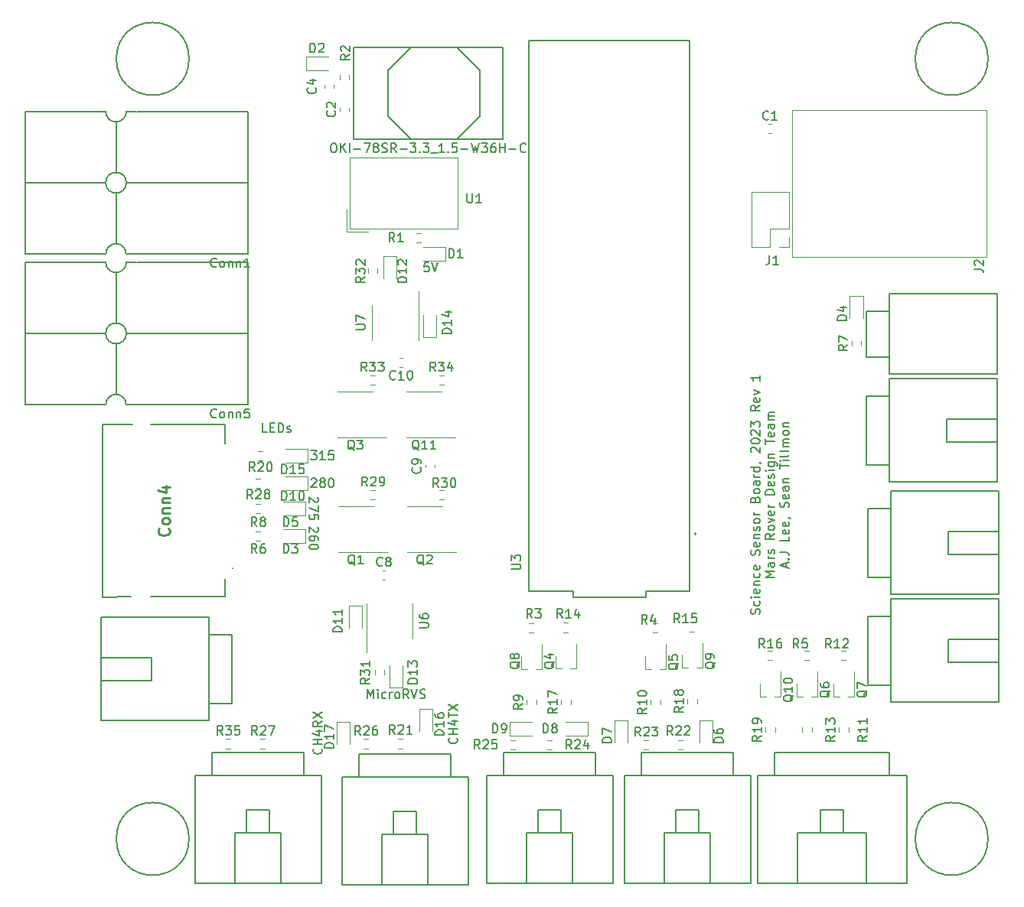
<source format=gbr>
%TF.GenerationSoftware,KiCad,Pcbnew,(6.0.7)*%
%TF.CreationDate,2022-11-16T19:30:54-06:00*%
%TF.ProjectId,ScienceSensor,53636965-6e63-4655-9365-6e736f722e6b,rev?*%
%TF.SameCoordinates,Original*%
%TF.FileFunction,Legend,Top*%
%TF.FilePolarity,Positive*%
%FSLAX46Y46*%
G04 Gerber Fmt 4.6, Leading zero omitted, Abs format (unit mm)*
G04 Created by KiCad (PCBNEW (6.0.7)) date 2022-11-16 19:30:54*
%MOMM*%
%LPD*%
G01*
G04 APERTURE LIST*
%ADD10C,0.150000*%
%ADD11C,0.254000*%
%ADD12C,0.127000*%
%ADD13C,0.200000*%
%ADD14C,0.120000*%
%ADD15C,0.100000*%
G04 APERTURE END LIST*
D10*
X124341333Y-121610380D02*
X124341333Y-120610380D01*
X124674666Y-121324666D01*
X125008000Y-120610380D01*
X125008000Y-121610380D01*
X125484190Y-121610380D02*
X125484190Y-120943714D01*
X125484190Y-120610380D02*
X125436571Y-120658000D01*
X125484190Y-120705619D01*
X125531809Y-120658000D01*
X125484190Y-120610380D01*
X125484190Y-120705619D01*
X126388952Y-121562761D02*
X126293714Y-121610380D01*
X126103238Y-121610380D01*
X126008000Y-121562761D01*
X125960380Y-121515142D01*
X125912761Y-121419904D01*
X125912761Y-121134190D01*
X125960380Y-121038952D01*
X126008000Y-120991333D01*
X126103238Y-120943714D01*
X126293714Y-120943714D01*
X126388952Y-120991333D01*
X126817523Y-121610380D02*
X126817523Y-120943714D01*
X126817523Y-121134190D02*
X126865142Y-121038952D01*
X126912761Y-120991333D01*
X127008000Y-120943714D01*
X127103238Y-120943714D01*
X127579428Y-121610380D02*
X127484190Y-121562761D01*
X127436571Y-121515142D01*
X127388952Y-121419904D01*
X127388952Y-121134190D01*
X127436571Y-121038952D01*
X127484190Y-120991333D01*
X127579428Y-120943714D01*
X127722285Y-120943714D01*
X127817523Y-120991333D01*
X127865142Y-121038952D01*
X127912761Y-121134190D01*
X127912761Y-121419904D01*
X127865142Y-121515142D01*
X127817523Y-121562761D01*
X127722285Y-121610380D01*
X127579428Y-121610380D01*
X128912761Y-121610380D02*
X128579428Y-121134190D01*
X128341333Y-121610380D02*
X128341333Y-120610380D01*
X128722285Y-120610380D01*
X128817523Y-120658000D01*
X128865142Y-120705619D01*
X128912761Y-120800857D01*
X128912761Y-120943714D01*
X128865142Y-121038952D01*
X128817523Y-121086571D01*
X128722285Y-121134190D01*
X128341333Y-121134190D01*
X129198476Y-120610380D02*
X129531809Y-121610380D01*
X129865142Y-120610380D01*
X130150857Y-121562761D02*
X130293714Y-121610380D01*
X130531809Y-121610380D01*
X130627047Y-121562761D01*
X130674666Y-121515142D01*
X130722285Y-121419904D01*
X130722285Y-121324666D01*
X130674666Y-121229428D01*
X130627047Y-121181809D01*
X130531809Y-121134190D01*
X130341333Y-121086571D01*
X130246095Y-121038952D01*
X130198476Y-120991333D01*
X130150857Y-120896095D01*
X130150857Y-120800857D01*
X130198476Y-120705619D01*
X130246095Y-120658000D01*
X130341333Y-120610380D01*
X130579428Y-120610380D01*
X130722285Y-120658000D01*
X118141904Y-97337619D02*
X118189523Y-97290000D01*
X118284761Y-97242380D01*
X118522857Y-97242380D01*
X118618095Y-97290000D01*
X118665714Y-97337619D01*
X118713333Y-97432857D01*
X118713333Y-97528095D01*
X118665714Y-97670952D01*
X118094285Y-98242380D01*
X118713333Y-98242380D01*
X119284761Y-97670952D02*
X119189523Y-97623333D01*
X119141904Y-97575714D01*
X119094285Y-97480476D01*
X119094285Y-97432857D01*
X119141904Y-97337619D01*
X119189523Y-97290000D01*
X119284761Y-97242380D01*
X119475238Y-97242380D01*
X119570476Y-97290000D01*
X119618095Y-97337619D01*
X119665714Y-97432857D01*
X119665714Y-97480476D01*
X119618095Y-97575714D01*
X119570476Y-97623333D01*
X119475238Y-97670952D01*
X119284761Y-97670952D01*
X119189523Y-97718571D01*
X119141904Y-97766190D01*
X119094285Y-97861428D01*
X119094285Y-98051904D01*
X119141904Y-98147142D01*
X119189523Y-98194761D01*
X119284761Y-98242380D01*
X119475238Y-98242380D01*
X119570476Y-98194761D01*
X119618095Y-98147142D01*
X119665714Y-98051904D01*
X119665714Y-97861428D01*
X119618095Y-97766190D01*
X119570476Y-97718571D01*
X119475238Y-97670952D01*
X120284761Y-97242380D02*
X120380000Y-97242380D01*
X120475238Y-97290000D01*
X120522857Y-97337619D01*
X120570476Y-97432857D01*
X120618095Y-97623333D01*
X120618095Y-97861428D01*
X120570476Y-98051904D01*
X120522857Y-98147142D01*
X120475238Y-98194761D01*
X120380000Y-98242380D01*
X120284761Y-98242380D01*
X120189523Y-98194761D01*
X120141904Y-98147142D01*
X120094285Y-98051904D01*
X120046666Y-97861428D01*
X120046666Y-97623333D01*
X120094285Y-97432857D01*
X120141904Y-97337619D01*
X120189523Y-97290000D01*
X120284761Y-97242380D01*
X167704761Y-112274285D02*
X167752380Y-112131428D01*
X167752380Y-111893333D01*
X167704761Y-111798095D01*
X167657142Y-111750476D01*
X167561904Y-111702857D01*
X167466666Y-111702857D01*
X167371428Y-111750476D01*
X167323809Y-111798095D01*
X167276190Y-111893333D01*
X167228571Y-112083809D01*
X167180952Y-112179047D01*
X167133333Y-112226666D01*
X167038095Y-112274285D01*
X166942857Y-112274285D01*
X166847619Y-112226666D01*
X166800000Y-112179047D01*
X166752380Y-112083809D01*
X166752380Y-111845714D01*
X166800000Y-111702857D01*
X167704761Y-110845714D02*
X167752380Y-110940952D01*
X167752380Y-111131428D01*
X167704761Y-111226666D01*
X167657142Y-111274285D01*
X167561904Y-111321904D01*
X167276190Y-111321904D01*
X167180952Y-111274285D01*
X167133333Y-111226666D01*
X167085714Y-111131428D01*
X167085714Y-110940952D01*
X167133333Y-110845714D01*
X167752380Y-110417142D02*
X167085714Y-110417142D01*
X166752380Y-110417142D02*
X166800000Y-110464761D01*
X166847619Y-110417142D01*
X166800000Y-110369523D01*
X166752380Y-110417142D01*
X166847619Y-110417142D01*
X167704761Y-109560000D02*
X167752380Y-109655238D01*
X167752380Y-109845714D01*
X167704761Y-109940952D01*
X167609523Y-109988571D01*
X167228571Y-109988571D01*
X167133333Y-109940952D01*
X167085714Y-109845714D01*
X167085714Y-109655238D01*
X167133333Y-109560000D01*
X167228571Y-109512380D01*
X167323809Y-109512380D01*
X167419047Y-109988571D01*
X167085714Y-109083809D02*
X167752380Y-109083809D01*
X167180952Y-109083809D02*
X167133333Y-109036190D01*
X167085714Y-108940952D01*
X167085714Y-108798095D01*
X167133333Y-108702857D01*
X167228571Y-108655238D01*
X167752380Y-108655238D01*
X167704761Y-107750476D02*
X167752380Y-107845714D01*
X167752380Y-108036190D01*
X167704761Y-108131428D01*
X167657142Y-108179047D01*
X167561904Y-108226666D01*
X167276190Y-108226666D01*
X167180952Y-108179047D01*
X167133333Y-108131428D01*
X167085714Y-108036190D01*
X167085714Y-107845714D01*
X167133333Y-107750476D01*
X167704761Y-106940952D02*
X167752380Y-107036190D01*
X167752380Y-107226666D01*
X167704761Y-107321904D01*
X167609523Y-107369523D01*
X167228571Y-107369523D01*
X167133333Y-107321904D01*
X167085714Y-107226666D01*
X167085714Y-107036190D01*
X167133333Y-106940952D01*
X167228571Y-106893333D01*
X167323809Y-106893333D01*
X167419047Y-107369523D01*
X167704761Y-105750476D02*
X167752380Y-105607619D01*
X167752380Y-105369523D01*
X167704761Y-105274285D01*
X167657142Y-105226666D01*
X167561904Y-105179047D01*
X167466666Y-105179047D01*
X167371428Y-105226666D01*
X167323809Y-105274285D01*
X167276190Y-105369523D01*
X167228571Y-105560000D01*
X167180952Y-105655238D01*
X167133333Y-105702857D01*
X167038095Y-105750476D01*
X166942857Y-105750476D01*
X166847619Y-105702857D01*
X166800000Y-105655238D01*
X166752380Y-105560000D01*
X166752380Y-105321904D01*
X166800000Y-105179047D01*
X167704761Y-104369523D02*
X167752380Y-104464761D01*
X167752380Y-104655238D01*
X167704761Y-104750476D01*
X167609523Y-104798095D01*
X167228571Y-104798095D01*
X167133333Y-104750476D01*
X167085714Y-104655238D01*
X167085714Y-104464761D01*
X167133333Y-104369523D01*
X167228571Y-104321904D01*
X167323809Y-104321904D01*
X167419047Y-104798095D01*
X167085714Y-103893333D02*
X167752380Y-103893333D01*
X167180952Y-103893333D02*
X167133333Y-103845714D01*
X167085714Y-103750476D01*
X167085714Y-103607619D01*
X167133333Y-103512380D01*
X167228571Y-103464761D01*
X167752380Y-103464761D01*
X167704761Y-103036190D02*
X167752380Y-102940952D01*
X167752380Y-102750476D01*
X167704761Y-102655238D01*
X167609523Y-102607619D01*
X167561904Y-102607619D01*
X167466666Y-102655238D01*
X167419047Y-102750476D01*
X167419047Y-102893333D01*
X167371428Y-102988571D01*
X167276190Y-103036190D01*
X167228571Y-103036190D01*
X167133333Y-102988571D01*
X167085714Y-102893333D01*
X167085714Y-102750476D01*
X167133333Y-102655238D01*
X167752380Y-102036190D02*
X167704761Y-102131428D01*
X167657142Y-102179047D01*
X167561904Y-102226666D01*
X167276190Y-102226666D01*
X167180952Y-102179047D01*
X167133333Y-102131428D01*
X167085714Y-102036190D01*
X167085714Y-101893333D01*
X167133333Y-101798095D01*
X167180952Y-101750476D01*
X167276190Y-101702857D01*
X167561904Y-101702857D01*
X167657142Y-101750476D01*
X167704761Y-101798095D01*
X167752380Y-101893333D01*
X167752380Y-102036190D01*
X167752380Y-101274285D02*
X167085714Y-101274285D01*
X167276190Y-101274285D02*
X167180952Y-101226666D01*
X167133333Y-101179047D01*
X167085714Y-101083809D01*
X167085714Y-100988571D01*
X167228571Y-99560000D02*
X167276190Y-99417142D01*
X167323809Y-99369523D01*
X167419047Y-99321904D01*
X167561904Y-99321904D01*
X167657142Y-99369523D01*
X167704761Y-99417142D01*
X167752380Y-99512380D01*
X167752380Y-99893333D01*
X166752380Y-99893333D01*
X166752380Y-99560000D01*
X166800000Y-99464761D01*
X166847619Y-99417142D01*
X166942857Y-99369523D01*
X167038095Y-99369523D01*
X167133333Y-99417142D01*
X167180952Y-99464761D01*
X167228571Y-99560000D01*
X167228571Y-99893333D01*
X167752380Y-98750476D02*
X167704761Y-98845714D01*
X167657142Y-98893333D01*
X167561904Y-98940952D01*
X167276190Y-98940952D01*
X167180952Y-98893333D01*
X167133333Y-98845714D01*
X167085714Y-98750476D01*
X167085714Y-98607619D01*
X167133333Y-98512380D01*
X167180952Y-98464761D01*
X167276190Y-98417142D01*
X167561904Y-98417142D01*
X167657142Y-98464761D01*
X167704761Y-98512380D01*
X167752380Y-98607619D01*
X167752380Y-98750476D01*
X167752380Y-97560000D02*
X167228571Y-97560000D01*
X167133333Y-97607619D01*
X167085714Y-97702857D01*
X167085714Y-97893333D01*
X167133333Y-97988571D01*
X167704761Y-97560000D02*
X167752380Y-97655238D01*
X167752380Y-97893333D01*
X167704761Y-97988571D01*
X167609523Y-98036190D01*
X167514285Y-98036190D01*
X167419047Y-97988571D01*
X167371428Y-97893333D01*
X167371428Y-97655238D01*
X167323809Y-97560000D01*
X167752380Y-97083809D02*
X167085714Y-97083809D01*
X167276190Y-97083809D02*
X167180952Y-97036190D01*
X167133333Y-96988571D01*
X167085714Y-96893333D01*
X167085714Y-96798095D01*
X167752380Y-96036190D02*
X166752380Y-96036190D01*
X167704761Y-96036190D02*
X167752380Y-96131428D01*
X167752380Y-96321904D01*
X167704761Y-96417142D01*
X167657142Y-96464761D01*
X167561904Y-96512380D01*
X167276190Y-96512380D01*
X167180952Y-96464761D01*
X167133333Y-96417142D01*
X167085714Y-96321904D01*
X167085714Y-96131428D01*
X167133333Y-96036190D01*
X167704761Y-95512380D02*
X167752380Y-95512380D01*
X167847619Y-95560000D01*
X167895238Y-95607619D01*
X166847619Y-94369523D02*
X166800000Y-94321904D01*
X166752380Y-94226666D01*
X166752380Y-93988571D01*
X166800000Y-93893333D01*
X166847619Y-93845714D01*
X166942857Y-93798095D01*
X167038095Y-93798095D01*
X167180952Y-93845714D01*
X167752380Y-94417142D01*
X167752380Y-93798095D01*
X166752380Y-93179047D02*
X166752380Y-93083809D01*
X166800000Y-92988571D01*
X166847619Y-92940952D01*
X166942857Y-92893333D01*
X167133333Y-92845714D01*
X167371428Y-92845714D01*
X167561904Y-92893333D01*
X167657142Y-92940952D01*
X167704761Y-92988571D01*
X167752380Y-93083809D01*
X167752380Y-93179047D01*
X167704761Y-93274285D01*
X167657142Y-93321904D01*
X167561904Y-93369523D01*
X167371428Y-93417142D01*
X167133333Y-93417142D01*
X166942857Y-93369523D01*
X166847619Y-93321904D01*
X166800000Y-93274285D01*
X166752380Y-93179047D01*
X166847619Y-92464761D02*
X166800000Y-92417142D01*
X166752380Y-92321904D01*
X166752380Y-92083809D01*
X166800000Y-91988571D01*
X166847619Y-91940952D01*
X166942857Y-91893333D01*
X167038095Y-91893333D01*
X167180952Y-91940952D01*
X167752380Y-92512380D01*
X167752380Y-91893333D01*
X166752380Y-91560000D02*
X166752380Y-90940952D01*
X167133333Y-91274285D01*
X167133333Y-91131428D01*
X167180952Y-91036190D01*
X167228571Y-90988571D01*
X167323809Y-90940952D01*
X167561904Y-90940952D01*
X167657142Y-90988571D01*
X167704761Y-91036190D01*
X167752380Y-91131428D01*
X167752380Y-91417142D01*
X167704761Y-91512380D01*
X167657142Y-91560000D01*
X167752380Y-89179047D02*
X167276190Y-89512380D01*
X167752380Y-89750476D02*
X166752380Y-89750476D01*
X166752380Y-89369523D01*
X166800000Y-89274285D01*
X166847619Y-89226666D01*
X166942857Y-89179047D01*
X167085714Y-89179047D01*
X167180952Y-89226666D01*
X167228571Y-89274285D01*
X167276190Y-89369523D01*
X167276190Y-89750476D01*
X167704761Y-88369523D02*
X167752380Y-88464761D01*
X167752380Y-88655238D01*
X167704761Y-88750476D01*
X167609523Y-88798095D01*
X167228571Y-88798095D01*
X167133333Y-88750476D01*
X167085714Y-88655238D01*
X167085714Y-88464761D01*
X167133333Y-88369523D01*
X167228571Y-88321904D01*
X167323809Y-88321904D01*
X167419047Y-88798095D01*
X167085714Y-87988571D02*
X167752380Y-87750476D01*
X167085714Y-87512380D01*
X167752380Y-85845714D02*
X167752380Y-86417142D01*
X167752380Y-86131428D02*
X166752380Y-86131428D01*
X166895238Y-86226666D01*
X166990476Y-86321904D01*
X167038095Y-86417142D01*
X169362380Y-108179047D02*
X168362380Y-108179047D01*
X169076666Y-107845714D01*
X168362380Y-107512380D01*
X169362380Y-107512380D01*
X169362380Y-106607619D02*
X168838571Y-106607619D01*
X168743333Y-106655238D01*
X168695714Y-106750476D01*
X168695714Y-106940952D01*
X168743333Y-107036190D01*
X169314761Y-106607619D02*
X169362380Y-106702857D01*
X169362380Y-106940952D01*
X169314761Y-107036190D01*
X169219523Y-107083809D01*
X169124285Y-107083809D01*
X169029047Y-107036190D01*
X168981428Y-106940952D01*
X168981428Y-106702857D01*
X168933809Y-106607619D01*
X169362380Y-106131428D02*
X168695714Y-106131428D01*
X168886190Y-106131428D02*
X168790952Y-106083809D01*
X168743333Y-106036190D01*
X168695714Y-105940952D01*
X168695714Y-105845714D01*
X169314761Y-105560000D02*
X169362380Y-105464761D01*
X169362380Y-105274285D01*
X169314761Y-105179047D01*
X169219523Y-105131428D01*
X169171904Y-105131428D01*
X169076666Y-105179047D01*
X169029047Y-105274285D01*
X169029047Y-105417142D01*
X168981428Y-105512380D01*
X168886190Y-105560000D01*
X168838571Y-105560000D01*
X168743333Y-105512380D01*
X168695714Y-105417142D01*
X168695714Y-105274285D01*
X168743333Y-105179047D01*
X169362380Y-103369523D02*
X168886190Y-103702857D01*
X169362380Y-103940952D02*
X168362380Y-103940952D01*
X168362380Y-103560000D01*
X168410000Y-103464761D01*
X168457619Y-103417142D01*
X168552857Y-103369523D01*
X168695714Y-103369523D01*
X168790952Y-103417142D01*
X168838571Y-103464761D01*
X168886190Y-103560000D01*
X168886190Y-103940952D01*
X169362380Y-102798095D02*
X169314761Y-102893333D01*
X169267142Y-102940952D01*
X169171904Y-102988571D01*
X168886190Y-102988571D01*
X168790952Y-102940952D01*
X168743333Y-102893333D01*
X168695714Y-102798095D01*
X168695714Y-102655238D01*
X168743333Y-102560000D01*
X168790952Y-102512380D01*
X168886190Y-102464761D01*
X169171904Y-102464761D01*
X169267142Y-102512380D01*
X169314761Y-102560000D01*
X169362380Y-102655238D01*
X169362380Y-102798095D01*
X168695714Y-102131428D02*
X169362380Y-101893333D01*
X168695714Y-101655238D01*
X169314761Y-100893333D02*
X169362380Y-100988571D01*
X169362380Y-101179047D01*
X169314761Y-101274285D01*
X169219523Y-101321904D01*
X168838571Y-101321904D01*
X168743333Y-101274285D01*
X168695714Y-101179047D01*
X168695714Y-100988571D01*
X168743333Y-100893333D01*
X168838571Y-100845714D01*
X168933809Y-100845714D01*
X169029047Y-101321904D01*
X169362380Y-100417142D02*
X168695714Y-100417142D01*
X168886190Y-100417142D02*
X168790952Y-100369523D01*
X168743333Y-100321904D01*
X168695714Y-100226666D01*
X168695714Y-100131428D01*
X169362380Y-99036190D02*
X168362380Y-99036190D01*
X168362380Y-98798095D01*
X168410000Y-98655238D01*
X168505238Y-98560000D01*
X168600476Y-98512380D01*
X168790952Y-98464761D01*
X168933809Y-98464761D01*
X169124285Y-98512380D01*
X169219523Y-98560000D01*
X169314761Y-98655238D01*
X169362380Y-98798095D01*
X169362380Y-99036190D01*
X169314761Y-97655238D02*
X169362380Y-97750476D01*
X169362380Y-97940952D01*
X169314761Y-98036190D01*
X169219523Y-98083809D01*
X168838571Y-98083809D01*
X168743333Y-98036190D01*
X168695714Y-97940952D01*
X168695714Y-97750476D01*
X168743333Y-97655238D01*
X168838571Y-97607619D01*
X168933809Y-97607619D01*
X169029047Y-98083809D01*
X169314761Y-97226666D02*
X169362380Y-97131428D01*
X169362380Y-96940952D01*
X169314761Y-96845714D01*
X169219523Y-96798095D01*
X169171904Y-96798095D01*
X169076666Y-96845714D01*
X169029047Y-96940952D01*
X169029047Y-97083809D01*
X168981428Y-97179047D01*
X168886190Y-97226666D01*
X168838571Y-97226666D01*
X168743333Y-97179047D01*
X168695714Y-97083809D01*
X168695714Y-96940952D01*
X168743333Y-96845714D01*
X169362380Y-96369523D02*
X168695714Y-96369523D01*
X168362380Y-96369523D02*
X168410000Y-96417142D01*
X168457619Y-96369523D01*
X168410000Y-96321904D01*
X168362380Y-96369523D01*
X168457619Y-96369523D01*
X168695714Y-95464761D02*
X169505238Y-95464761D01*
X169600476Y-95512380D01*
X169648095Y-95560000D01*
X169695714Y-95655238D01*
X169695714Y-95798095D01*
X169648095Y-95893333D01*
X169314761Y-95464761D02*
X169362380Y-95560000D01*
X169362380Y-95750476D01*
X169314761Y-95845714D01*
X169267142Y-95893333D01*
X169171904Y-95940952D01*
X168886190Y-95940952D01*
X168790952Y-95893333D01*
X168743333Y-95845714D01*
X168695714Y-95750476D01*
X168695714Y-95560000D01*
X168743333Y-95464761D01*
X168695714Y-94988571D02*
X169362380Y-94988571D01*
X168790952Y-94988571D02*
X168743333Y-94940952D01*
X168695714Y-94845714D01*
X168695714Y-94702857D01*
X168743333Y-94607619D01*
X168838571Y-94560000D01*
X169362380Y-94560000D01*
X168362380Y-93464761D02*
X168362380Y-92893333D01*
X169362380Y-93179047D02*
X168362380Y-93179047D01*
X169314761Y-92179047D02*
X169362380Y-92274285D01*
X169362380Y-92464761D01*
X169314761Y-92560000D01*
X169219523Y-92607619D01*
X168838571Y-92607619D01*
X168743333Y-92560000D01*
X168695714Y-92464761D01*
X168695714Y-92274285D01*
X168743333Y-92179047D01*
X168838571Y-92131428D01*
X168933809Y-92131428D01*
X169029047Y-92607619D01*
X169362380Y-91274285D02*
X168838571Y-91274285D01*
X168743333Y-91321904D01*
X168695714Y-91417142D01*
X168695714Y-91607619D01*
X168743333Y-91702857D01*
X169314761Y-91274285D02*
X169362380Y-91369523D01*
X169362380Y-91607619D01*
X169314761Y-91702857D01*
X169219523Y-91750476D01*
X169124285Y-91750476D01*
X169029047Y-91702857D01*
X168981428Y-91607619D01*
X168981428Y-91369523D01*
X168933809Y-91274285D01*
X169362380Y-90798095D02*
X168695714Y-90798095D01*
X168790952Y-90798095D02*
X168743333Y-90750476D01*
X168695714Y-90655238D01*
X168695714Y-90512380D01*
X168743333Y-90417142D01*
X168838571Y-90369523D01*
X169362380Y-90369523D01*
X168838571Y-90369523D02*
X168743333Y-90321904D01*
X168695714Y-90226666D01*
X168695714Y-90083809D01*
X168743333Y-89988571D01*
X168838571Y-89940952D01*
X169362380Y-89940952D01*
X170686666Y-107083809D02*
X170686666Y-106607619D01*
X170972380Y-107179047D02*
X169972380Y-106845714D01*
X170972380Y-106512380D01*
X170877142Y-106179047D02*
X170924761Y-106131428D01*
X170972380Y-106179047D01*
X170924761Y-106226666D01*
X170877142Y-106179047D01*
X170972380Y-106179047D01*
X169972380Y-105417142D02*
X170686666Y-105417142D01*
X170829523Y-105464761D01*
X170924761Y-105560000D01*
X170972380Y-105702857D01*
X170972380Y-105798095D01*
X170972380Y-103702857D02*
X170972380Y-104179047D01*
X169972380Y-104179047D01*
X170924761Y-102988571D02*
X170972380Y-103083809D01*
X170972380Y-103274285D01*
X170924761Y-103369523D01*
X170829523Y-103417142D01*
X170448571Y-103417142D01*
X170353333Y-103369523D01*
X170305714Y-103274285D01*
X170305714Y-103083809D01*
X170353333Y-102988571D01*
X170448571Y-102940952D01*
X170543809Y-102940952D01*
X170639047Y-103417142D01*
X170924761Y-102131428D02*
X170972380Y-102226666D01*
X170972380Y-102417142D01*
X170924761Y-102512380D01*
X170829523Y-102560000D01*
X170448571Y-102560000D01*
X170353333Y-102512380D01*
X170305714Y-102417142D01*
X170305714Y-102226666D01*
X170353333Y-102131428D01*
X170448571Y-102083809D01*
X170543809Y-102083809D01*
X170639047Y-102560000D01*
X170924761Y-101607619D02*
X170972380Y-101607619D01*
X171067619Y-101655238D01*
X171115238Y-101702857D01*
X170924761Y-100464761D02*
X170972380Y-100321904D01*
X170972380Y-100083809D01*
X170924761Y-99988571D01*
X170877142Y-99940952D01*
X170781904Y-99893333D01*
X170686666Y-99893333D01*
X170591428Y-99940952D01*
X170543809Y-99988571D01*
X170496190Y-100083809D01*
X170448571Y-100274285D01*
X170400952Y-100369523D01*
X170353333Y-100417142D01*
X170258095Y-100464761D01*
X170162857Y-100464761D01*
X170067619Y-100417142D01*
X170020000Y-100369523D01*
X169972380Y-100274285D01*
X169972380Y-100036190D01*
X170020000Y-99893333D01*
X170924761Y-99083809D02*
X170972380Y-99179047D01*
X170972380Y-99369523D01*
X170924761Y-99464761D01*
X170829523Y-99512380D01*
X170448571Y-99512380D01*
X170353333Y-99464761D01*
X170305714Y-99369523D01*
X170305714Y-99179047D01*
X170353333Y-99083809D01*
X170448571Y-99036190D01*
X170543809Y-99036190D01*
X170639047Y-99512380D01*
X170972380Y-98179047D02*
X170448571Y-98179047D01*
X170353333Y-98226666D01*
X170305714Y-98321904D01*
X170305714Y-98512380D01*
X170353333Y-98607619D01*
X170924761Y-98179047D02*
X170972380Y-98274285D01*
X170972380Y-98512380D01*
X170924761Y-98607619D01*
X170829523Y-98655238D01*
X170734285Y-98655238D01*
X170639047Y-98607619D01*
X170591428Y-98512380D01*
X170591428Y-98274285D01*
X170543809Y-98179047D01*
X170305714Y-97702857D02*
X170972380Y-97702857D01*
X170400952Y-97702857D02*
X170353333Y-97655238D01*
X170305714Y-97560000D01*
X170305714Y-97417142D01*
X170353333Y-97321904D01*
X170448571Y-97274285D01*
X170972380Y-97274285D01*
X169972380Y-96179047D02*
X169972380Y-95607619D01*
X170972380Y-95893333D02*
X169972380Y-95893333D01*
X170972380Y-95274285D02*
X170305714Y-95274285D01*
X169972380Y-95274285D02*
X170020000Y-95321904D01*
X170067619Y-95274285D01*
X170020000Y-95226666D01*
X169972380Y-95274285D01*
X170067619Y-95274285D01*
X170972380Y-94655238D02*
X170924761Y-94750476D01*
X170829523Y-94798095D01*
X169972380Y-94798095D01*
X170972380Y-94131428D02*
X170924761Y-94226666D01*
X170829523Y-94274285D01*
X169972380Y-94274285D01*
X170972380Y-93750476D02*
X170305714Y-93750476D01*
X170400952Y-93750476D02*
X170353333Y-93702857D01*
X170305714Y-93607619D01*
X170305714Y-93464761D01*
X170353333Y-93369523D01*
X170448571Y-93321904D01*
X170972380Y-93321904D01*
X170448571Y-93321904D02*
X170353333Y-93274285D01*
X170305714Y-93179047D01*
X170305714Y-93036190D01*
X170353333Y-92940952D01*
X170448571Y-92893333D01*
X170972380Y-92893333D01*
X170972380Y-92274285D02*
X170924761Y-92369523D01*
X170877142Y-92417142D01*
X170781904Y-92464761D01*
X170496190Y-92464761D01*
X170400952Y-92417142D01*
X170353333Y-92369523D01*
X170305714Y-92274285D01*
X170305714Y-92131428D01*
X170353333Y-92036190D01*
X170400952Y-91988571D01*
X170496190Y-91940952D01*
X170781904Y-91940952D01*
X170877142Y-91988571D01*
X170924761Y-92036190D01*
X170972380Y-92131428D01*
X170972380Y-92274285D01*
X170305714Y-91512380D02*
X170972380Y-91512380D01*
X170400952Y-91512380D02*
X170353333Y-91464761D01*
X170305714Y-91369523D01*
X170305714Y-91226666D01*
X170353333Y-91131428D01*
X170448571Y-91083809D01*
X170972380Y-91083809D01*
X134215142Y-126007619D02*
X134262761Y-126055238D01*
X134310380Y-126198095D01*
X134310380Y-126293333D01*
X134262761Y-126436190D01*
X134167523Y-126531428D01*
X134072285Y-126579047D01*
X133881809Y-126626666D01*
X133738952Y-126626666D01*
X133548476Y-126579047D01*
X133453238Y-126531428D01*
X133358000Y-126436190D01*
X133310380Y-126293333D01*
X133310380Y-126198095D01*
X133358000Y-126055238D01*
X133405619Y-126007619D01*
X134310380Y-125579047D02*
X133310380Y-125579047D01*
X133786571Y-125579047D02*
X133786571Y-125007619D01*
X134310380Y-125007619D02*
X133310380Y-125007619D01*
X133643714Y-124102857D02*
X134310380Y-124102857D01*
X133262761Y-124340952D02*
X133977047Y-124579047D01*
X133977047Y-123960000D01*
X133310380Y-123721904D02*
X133310380Y-123150476D01*
X134310380Y-123436190D02*
X133310380Y-123436190D01*
X133310380Y-122912380D02*
X134310380Y-122245714D01*
X133310380Y-122245714D02*
X134310380Y-122912380D01*
X119229142Y-127142666D02*
X119276761Y-127190285D01*
X119324380Y-127333142D01*
X119324380Y-127428380D01*
X119276761Y-127571238D01*
X119181523Y-127666476D01*
X119086285Y-127714095D01*
X118895809Y-127761714D01*
X118752952Y-127761714D01*
X118562476Y-127714095D01*
X118467238Y-127666476D01*
X118372000Y-127571238D01*
X118324380Y-127428380D01*
X118324380Y-127333142D01*
X118372000Y-127190285D01*
X118419619Y-127142666D01*
X119324380Y-126714095D02*
X118324380Y-126714095D01*
X118800571Y-126714095D02*
X118800571Y-126142666D01*
X119324380Y-126142666D02*
X118324380Y-126142666D01*
X118657714Y-125237904D02*
X119324380Y-125237904D01*
X118276761Y-125476000D02*
X118991047Y-125714095D01*
X118991047Y-125095047D01*
X119324380Y-124142666D02*
X118848190Y-124476000D01*
X119324380Y-124714095D02*
X118324380Y-124714095D01*
X118324380Y-124333142D01*
X118372000Y-124237904D01*
X118419619Y-124190285D01*
X118514857Y-124142666D01*
X118657714Y-124142666D01*
X118752952Y-124190285D01*
X118800571Y-124237904D01*
X118848190Y-124333142D01*
X118848190Y-124714095D01*
X118324380Y-123809333D02*
X119324380Y-123142666D01*
X118324380Y-123142666D02*
X119324380Y-123809333D01*
X113252380Y-92146380D02*
X112776190Y-92146380D01*
X112776190Y-91146380D01*
X113585714Y-91622571D02*
X113919047Y-91622571D01*
X114061904Y-92146380D02*
X113585714Y-92146380D01*
X113585714Y-91146380D01*
X114061904Y-91146380D01*
X114490476Y-92146380D02*
X114490476Y-91146380D01*
X114728571Y-91146380D01*
X114871428Y-91194000D01*
X114966666Y-91289238D01*
X115014285Y-91384476D01*
X115061904Y-91574952D01*
X115061904Y-91717809D01*
X115014285Y-91908285D01*
X114966666Y-92003523D01*
X114871428Y-92098761D01*
X114728571Y-92146380D01*
X114490476Y-92146380D01*
X115442857Y-92098761D02*
X115538095Y-92146380D01*
X115728571Y-92146380D01*
X115823809Y-92098761D01*
X115871428Y-92003523D01*
X115871428Y-91955904D01*
X115823809Y-91860666D01*
X115728571Y-91813047D01*
X115585714Y-91813047D01*
X115490476Y-91765428D01*
X115442857Y-91670190D01*
X115442857Y-91622571D01*
X115490476Y-91527333D01*
X115585714Y-91479714D01*
X115728571Y-91479714D01*
X115823809Y-91527333D01*
X118816380Y-99345904D02*
X118864000Y-99393523D01*
X118911619Y-99488761D01*
X118911619Y-99726857D01*
X118864000Y-99822095D01*
X118816380Y-99869714D01*
X118721142Y-99917333D01*
X118625904Y-99917333D01*
X118483047Y-99869714D01*
X117911619Y-99298285D01*
X117911619Y-99917333D01*
X118911619Y-100250666D02*
X118911619Y-100917333D01*
X117911619Y-100488761D01*
X118911619Y-101774476D02*
X118911619Y-101298285D01*
X118435428Y-101250666D01*
X118483047Y-101298285D01*
X118530666Y-101393523D01*
X118530666Y-101631619D01*
X118483047Y-101726857D01*
X118435428Y-101774476D01*
X118340190Y-101822095D01*
X118102095Y-101822095D01*
X118006857Y-101774476D01*
X117959238Y-101726857D01*
X117911619Y-101631619D01*
X117911619Y-101393523D01*
X117959238Y-101298285D01*
X118006857Y-101250666D01*
X131127523Y-73366380D02*
X130651333Y-73366380D01*
X130603714Y-73842571D01*
X130651333Y-73794952D01*
X130746571Y-73747333D01*
X130984666Y-73747333D01*
X131079904Y-73794952D01*
X131127523Y-73842571D01*
X131175142Y-73937809D01*
X131175142Y-74175904D01*
X131127523Y-74271142D01*
X131079904Y-74318761D01*
X130984666Y-74366380D01*
X130746571Y-74366380D01*
X130651333Y-74318761D01*
X130603714Y-74271142D01*
X131460857Y-73366380D02*
X131794190Y-74366380D01*
X132127523Y-73366380D01*
X118816380Y-102647904D02*
X118864000Y-102695523D01*
X118911619Y-102790761D01*
X118911619Y-103028857D01*
X118864000Y-103124095D01*
X118816380Y-103171714D01*
X118721142Y-103219333D01*
X118625904Y-103219333D01*
X118483047Y-103171714D01*
X117911619Y-102600285D01*
X117911619Y-103219333D01*
X118911619Y-104076476D02*
X118911619Y-103886000D01*
X118864000Y-103790761D01*
X118816380Y-103743142D01*
X118673523Y-103647904D01*
X118483047Y-103600285D01*
X118102095Y-103600285D01*
X118006857Y-103647904D01*
X117959238Y-103695523D01*
X117911619Y-103790761D01*
X117911619Y-103981238D01*
X117959238Y-104076476D01*
X118006857Y-104124095D01*
X118102095Y-104171714D01*
X118340190Y-104171714D01*
X118435428Y-104124095D01*
X118483047Y-104076476D01*
X118530666Y-103981238D01*
X118530666Y-103790761D01*
X118483047Y-103695523D01*
X118435428Y-103647904D01*
X118340190Y-103600285D01*
X118911619Y-104790761D02*
X118911619Y-104886000D01*
X118864000Y-104981238D01*
X118816380Y-105028857D01*
X118721142Y-105076476D01*
X118530666Y-105124095D01*
X118292571Y-105124095D01*
X118102095Y-105076476D01*
X118006857Y-105028857D01*
X117959238Y-104981238D01*
X117911619Y-104886000D01*
X117911619Y-104790761D01*
X117959238Y-104695523D01*
X118006857Y-104647904D01*
X118102095Y-104600285D01*
X118292571Y-104552666D01*
X118530666Y-104552666D01*
X118721142Y-104600285D01*
X118816380Y-104647904D01*
X118864000Y-104695523D01*
X118911619Y-104790761D01*
X118094285Y-94194380D02*
X118713333Y-94194380D01*
X118380000Y-94575333D01*
X118522857Y-94575333D01*
X118618095Y-94622952D01*
X118665714Y-94670571D01*
X118713333Y-94765809D01*
X118713333Y-95003904D01*
X118665714Y-95099142D01*
X118618095Y-95146761D01*
X118522857Y-95194380D01*
X118237142Y-95194380D01*
X118141904Y-95146761D01*
X118094285Y-95099142D01*
X119665714Y-95194380D02*
X119094285Y-95194380D01*
X119380000Y-95194380D02*
X119380000Y-94194380D01*
X119284761Y-94337238D01*
X119189523Y-94432476D01*
X119094285Y-94480095D01*
X120570476Y-94194380D02*
X120094285Y-94194380D01*
X120046666Y-94670571D01*
X120094285Y-94622952D01*
X120189523Y-94575333D01*
X120427619Y-94575333D01*
X120522857Y-94622952D01*
X120570476Y-94670571D01*
X120618095Y-94765809D01*
X120618095Y-95003904D01*
X120570476Y-95099142D01*
X120522857Y-95146761D01*
X120427619Y-95194380D01*
X120189523Y-95194380D01*
X120094285Y-95146761D01*
X120046666Y-95099142D01*
%TO.C,U3*%
X140287380Y-107314904D02*
X141096904Y-107314904D01*
X141192142Y-107267285D01*
X141239761Y-107219666D01*
X141287380Y-107124428D01*
X141287380Y-106933952D01*
X141239761Y-106838714D01*
X141192142Y-106791095D01*
X141096904Y-106743476D01*
X140287380Y-106743476D01*
X140287380Y-106362523D02*
X140287380Y-105743476D01*
X140668333Y-106076809D01*
X140668333Y-105933952D01*
X140715952Y-105838714D01*
X140763571Y-105791095D01*
X140858809Y-105743476D01*
X141096904Y-105743476D01*
X141192142Y-105791095D01*
X141239761Y-105838714D01*
X141287380Y-105933952D01*
X141287380Y-106219666D01*
X141239761Y-106314904D01*
X141192142Y-106362523D01*
%TO.C,D9*%
X138199904Y-125420380D02*
X138199904Y-124420380D01*
X138438000Y-124420380D01*
X138580857Y-124468000D01*
X138676095Y-124563238D01*
X138723714Y-124658476D01*
X138771333Y-124848952D01*
X138771333Y-124991809D01*
X138723714Y-125182285D01*
X138676095Y-125277523D01*
X138580857Y-125372761D01*
X138438000Y-125420380D01*
X138199904Y-125420380D01*
X139247523Y-125420380D02*
X139438000Y-125420380D01*
X139533238Y-125372761D01*
X139580857Y-125325142D01*
X139676095Y-125182285D01*
X139723714Y-124991809D01*
X139723714Y-124610857D01*
X139676095Y-124515619D01*
X139628476Y-124468000D01*
X139533238Y-124420380D01*
X139342761Y-124420380D01*
X139247523Y-124468000D01*
X139199904Y-124515619D01*
X139152285Y-124610857D01*
X139152285Y-124848952D01*
X139199904Y-124944190D01*
X139247523Y-124991809D01*
X139342761Y-125039428D01*
X139533238Y-125039428D01*
X139628476Y-124991809D01*
X139676095Y-124944190D01*
X139723714Y-124848952D01*
%TO.C,C9*%
X130180142Y-96051666D02*
X130227761Y-96099285D01*
X130275380Y-96242142D01*
X130275380Y-96337380D01*
X130227761Y-96480238D01*
X130132523Y-96575476D01*
X130037285Y-96623095D01*
X129846809Y-96670714D01*
X129703952Y-96670714D01*
X129513476Y-96623095D01*
X129418238Y-96575476D01*
X129323000Y-96480238D01*
X129275380Y-96337380D01*
X129275380Y-96242142D01*
X129323000Y-96099285D01*
X129370619Y-96051666D01*
X130275380Y-95575476D02*
X130275380Y-95385000D01*
X130227761Y-95289761D01*
X130180142Y-95242142D01*
X130037285Y-95146904D01*
X129846809Y-95099285D01*
X129465857Y-95099285D01*
X129370619Y-95146904D01*
X129323000Y-95194523D01*
X129275380Y-95289761D01*
X129275380Y-95480238D01*
X129323000Y-95575476D01*
X129370619Y-95623095D01*
X129465857Y-95670714D01*
X129703952Y-95670714D01*
X129799190Y-95623095D01*
X129846809Y-95575476D01*
X129894428Y-95480238D01*
X129894428Y-95289761D01*
X129846809Y-95194523D01*
X129799190Y-95146904D01*
X129703952Y-95099285D01*
%TO.C,R27*%
X112133142Y-125641380D02*
X111799809Y-125165190D01*
X111561714Y-125641380D02*
X111561714Y-124641380D01*
X111942666Y-124641380D01*
X112037904Y-124689000D01*
X112085523Y-124736619D01*
X112133142Y-124831857D01*
X112133142Y-124974714D01*
X112085523Y-125069952D01*
X112037904Y-125117571D01*
X111942666Y-125165190D01*
X111561714Y-125165190D01*
X112514095Y-124736619D02*
X112561714Y-124689000D01*
X112656952Y-124641380D01*
X112895047Y-124641380D01*
X112990285Y-124689000D01*
X113037904Y-124736619D01*
X113085523Y-124831857D01*
X113085523Y-124927095D01*
X113037904Y-125069952D01*
X112466476Y-125641380D01*
X113085523Y-125641380D01*
X113418857Y-124641380D02*
X114085523Y-124641380D01*
X113656952Y-125641380D01*
%TO.C,R30*%
X132199866Y-98242380D02*
X131866533Y-97766190D01*
X131628438Y-98242380D02*
X131628438Y-97242380D01*
X132009390Y-97242380D01*
X132104628Y-97290000D01*
X132152247Y-97337619D01*
X132199866Y-97432857D01*
X132199866Y-97575714D01*
X132152247Y-97670952D01*
X132104628Y-97718571D01*
X132009390Y-97766190D01*
X131628438Y-97766190D01*
X132533200Y-97242380D02*
X133152247Y-97242380D01*
X132818914Y-97623333D01*
X132961771Y-97623333D01*
X133057009Y-97670952D01*
X133104628Y-97718571D01*
X133152247Y-97813809D01*
X133152247Y-98051904D01*
X133104628Y-98147142D01*
X133057009Y-98194761D01*
X132961771Y-98242380D01*
X132676057Y-98242380D01*
X132580819Y-98194761D01*
X132533200Y-98147142D01*
X133771295Y-97242380D02*
X133866533Y-97242380D01*
X133961771Y-97290000D01*
X134009390Y-97337619D01*
X134057009Y-97432857D01*
X134104628Y-97623333D01*
X134104628Y-97861428D01*
X134057009Y-98051904D01*
X134009390Y-98147142D01*
X133961771Y-98194761D01*
X133866533Y-98242380D01*
X133771295Y-98242380D01*
X133676057Y-98194761D01*
X133628438Y-98147142D01*
X133580819Y-98051904D01*
X133533200Y-97861428D01*
X133533200Y-97623333D01*
X133580819Y-97432857D01*
X133628438Y-97337619D01*
X133676057Y-97290000D01*
X133771295Y-97242380D01*
%TO.C,R19*%
X167932380Y-125737857D02*
X167456190Y-126071190D01*
X167932380Y-126309285D02*
X166932380Y-126309285D01*
X166932380Y-125928333D01*
X166980000Y-125833095D01*
X167027619Y-125785476D01*
X167122857Y-125737857D01*
X167265714Y-125737857D01*
X167360952Y-125785476D01*
X167408571Y-125833095D01*
X167456190Y-125928333D01*
X167456190Y-126309285D01*
X167932380Y-124785476D02*
X167932380Y-125356904D01*
X167932380Y-125071190D02*
X166932380Y-125071190D01*
X167075238Y-125166428D01*
X167170476Y-125261666D01*
X167218095Y-125356904D01*
X167932380Y-124309285D02*
X167932380Y-124118809D01*
X167884761Y-124023571D01*
X167837142Y-123975952D01*
X167694285Y-123880714D01*
X167503809Y-123833095D01*
X167122857Y-123833095D01*
X167027619Y-123880714D01*
X166980000Y-123928333D01*
X166932380Y-124023571D01*
X166932380Y-124214047D01*
X166980000Y-124309285D01*
X167027619Y-124356904D01*
X167122857Y-124404523D01*
X167360952Y-124404523D01*
X167456190Y-124356904D01*
X167503809Y-124309285D01*
X167551428Y-124214047D01*
X167551428Y-124023571D01*
X167503809Y-123928333D01*
X167456190Y-123880714D01*
X167360952Y-123833095D01*
%TO.C,R5*%
X172045333Y-116022380D02*
X171712000Y-115546190D01*
X171473904Y-116022380D02*
X171473904Y-115022380D01*
X171854857Y-115022380D01*
X171950095Y-115070000D01*
X171997714Y-115117619D01*
X172045333Y-115212857D01*
X172045333Y-115355714D01*
X171997714Y-115450952D01*
X171950095Y-115498571D01*
X171854857Y-115546190D01*
X171473904Y-115546190D01*
X172950095Y-115022380D02*
X172473904Y-115022380D01*
X172426285Y-115498571D01*
X172473904Y-115450952D01*
X172569142Y-115403333D01*
X172807238Y-115403333D01*
X172902476Y-115450952D01*
X172950095Y-115498571D01*
X172997714Y-115593809D01*
X172997714Y-115831904D01*
X172950095Y-115927142D01*
X172902476Y-115974761D01*
X172807238Y-116022380D01*
X172569142Y-116022380D01*
X172473904Y-115974761D01*
X172426285Y-115927142D01*
%TO.C,C4*%
X118594142Y-54014666D02*
X118641761Y-54062285D01*
X118689380Y-54205142D01*
X118689380Y-54300380D01*
X118641761Y-54443238D01*
X118546523Y-54538476D01*
X118451285Y-54586095D01*
X118260809Y-54633714D01*
X118117952Y-54633714D01*
X117927476Y-54586095D01*
X117832238Y-54538476D01*
X117737000Y-54443238D01*
X117689380Y-54300380D01*
X117689380Y-54205142D01*
X117737000Y-54062285D01*
X117784619Y-54014666D01*
X118022714Y-53157523D02*
X118689380Y-53157523D01*
X117641761Y-53395619D02*
X118356047Y-53633714D01*
X118356047Y-53014666D01*
%TO.C,Q8*%
X141231619Y-117546738D02*
X141184000Y-117641976D01*
X141088761Y-117737214D01*
X140945904Y-117880071D01*
X140898285Y-117975309D01*
X140898285Y-118070547D01*
X141136380Y-118022928D02*
X141088761Y-118118166D01*
X140993523Y-118213404D01*
X140803047Y-118261023D01*
X140469714Y-118261023D01*
X140279238Y-118213404D01*
X140184000Y-118118166D01*
X140136380Y-118022928D01*
X140136380Y-117832452D01*
X140184000Y-117737214D01*
X140279238Y-117641976D01*
X140469714Y-117594357D01*
X140803047Y-117594357D01*
X140993523Y-117641976D01*
X141088761Y-117737214D01*
X141136380Y-117832452D01*
X141136380Y-118022928D01*
X140564952Y-117022928D02*
X140517333Y-117118166D01*
X140469714Y-117165785D01*
X140374476Y-117213404D01*
X140326857Y-117213404D01*
X140231619Y-117165785D01*
X140184000Y-117118166D01*
X140136380Y-117022928D01*
X140136380Y-116832452D01*
X140184000Y-116737214D01*
X140231619Y-116689595D01*
X140326857Y-116641976D01*
X140374476Y-116641976D01*
X140469714Y-116689595D01*
X140517333Y-116737214D01*
X140564952Y-116832452D01*
X140564952Y-117022928D01*
X140612571Y-117118166D01*
X140660190Y-117165785D01*
X140755428Y-117213404D01*
X140945904Y-117213404D01*
X141041142Y-117165785D01*
X141088761Y-117118166D01*
X141136380Y-117022928D01*
X141136380Y-116832452D01*
X141088761Y-116737214D01*
X141041142Y-116689595D01*
X140945904Y-116641976D01*
X140755428Y-116641976D01*
X140660190Y-116689595D01*
X140612571Y-116737214D01*
X140564952Y-116832452D01*
%TO.C,D12*%
X128690380Y-75509285D02*
X127690380Y-75509285D01*
X127690380Y-75271190D01*
X127738000Y-75128333D01*
X127833238Y-75033095D01*
X127928476Y-74985476D01*
X128118952Y-74937857D01*
X128261809Y-74937857D01*
X128452285Y-74985476D01*
X128547523Y-75033095D01*
X128642761Y-75128333D01*
X128690380Y-75271190D01*
X128690380Y-75509285D01*
X128690380Y-73985476D02*
X128690380Y-74556904D01*
X128690380Y-74271190D02*
X127690380Y-74271190D01*
X127833238Y-74366428D01*
X127928476Y-74461666D01*
X127976095Y-74556904D01*
X127785619Y-73604523D02*
X127738000Y-73556904D01*
X127690380Y-73461666D01*
X127690380Y-73223571D01*
X127738000Y-73128333D01*
X127785619Y-73080714D01*
X127880857Y-73033095D01*
X127976095Y-73033095D01*
X128118952Y-73080714D01*
X128690380Y-73652142D01*
X128690380Y-73033095D01*
%TO.C,R17*%
X145326380Y-122666357D02*
X144850190Y-122999690D01*
X145326380Y-123237785D02*
X144326380Y-123237785D01*
X144326380Y-122856833D01*
X144374000Y-122761595D01*
X144421619Y-122713976D01*
X144516857Y-122666357D01*
X144659714Y-122666357D01*
X144754952Y-122713976D01*
X144802571Y-122761595D01*
X144850190Y-122856833D01*
X144850190Y-123237785D01*
X145326380Y-121713976D02*
X145326380Y-122285404D01*
X145326380Y-121999690D02*
X144326380Y-121999690D01*
X144469238Y-122094928D01*
X144564476Y-122190166D01*
X144612095Y-122285404D01*
X144326380Y-121380642D02*
X144326380Y-120713976D01*
X145326380Y-121142547D01*
%TO.C,R23*%
X154551142Y-125768380D02*
X154217809Y-125292190D01*
X153979714Y-125768380D02*
X153979714Y-124768380D01*
X154360666Y-124768380D01*
X154455904Y-124816000D01*
X154503523Y-124863619D01*
X154551142Y-124958857D01*
X154551142Y-125101714D01*
X154503523Y-125196952D01*
X154455904Y-125244571D01*
X154360666Y-125292190D01*
X153979714Y-125292190D01*
X154932095Y-124863619D02*
X154979714Y-124816000D01*
X155074952Y-124768380D01*
X155313047Y-124768380D01*
X155408285Y-124816000D01*
X155455904Y-124863619D01*
X155503523Y-124958857D01*
X155503523Y-125054095D01*
X155455904Y-125196952D01*
X154884476Y-125768380D01*
X155503523Y-125768380D01*
X155836857Y-124768380D02*
X156455904Y-124768380D01*
X156122571Y-125149333D01*
X156265428Y-125149333D01*
X156360666Y-125196952D01*
X156408285Y-125244571D01*
X156455904Y-125339809D01*
X156455904Y-125577904D01*
X156408285Y-125673142D01*
X156360666Y-125720761D01*
X156265428Y-125768380D01*
X155979714Y-125768380D01*
X155884476Y-125720761D01*
X155836857Y-125673142D01*
%TO.C,R9*%
X141516380Y-122213666D02*
X141040190Y-122547000D01*
X141516380Y-122785095D02*
X140516380Y-122785095D01*
X140516380Y-122404142D01*
X140564000Y-122308904D01*
X140611619Y-122261285D01*
X140706857Y-122213666D01*
X140849714Y-122213666D01*
X140944952Y-122261285D01*
X140992571Y-122308904D01*
X141040190Y-122404142D01*
X141040190Y-122785095D01*
X141516380Y-121737476D02*
X141516380Y-121547000D01*
X141468761Y-121451761D01*
X141421142Y-121404142D01*
X141278285Y-121308904D01*
X141087809Y-121261285D01*
X140706857Y-121261285D01*
X140611619Y-121308904D01*
X140564000Y-121356523D01*
X140516380Y-121451761D01*
X140516380Y-121642238D01*
X140564000Y-121737476D01*
X140611619Y-121785095D01*
X140706857Y-121832714D01*
X140944952Y-121832714D01*
X141040190Y-121785095D01*
X141087809Y-121737476D01*
X141135428Y-121642238D01*
X141135428Y-121451761D01*
X141087809Y-121356523D01*
X141040190Y-121308904D01*
X140944952Y-121261285D01*
%TO.C,Q6*%
X175521619Y-120745238D02*
X175474000Y-120840476D01*
X175378761Y-120935714D01*
X175235904Y-121078571D01*
X175188285Y-121173809D01*
X175188285Y-121269047D01*
X175426380Y-121221428D02*
X175378761Y-121316666D01*
X175283523Y-121411904D01*
X175093047Y-121459523D01*
X174759714Y-121459523D01*
X174569238Y-121411904D01*
X174474000Y-121316666D01*
X174426380Y-121221428D01*
X174426380Y-121030952D01*
X174474000Y-120935714D01*
X174569238Y-120840476D01*
X174759714Y-120792857D01*
X175093047Y-120792857D01*
X175283523Y-120840476D01*
X175378761Y-120935714D01*
X175426380Y-121030952D01*
X175426380Y-121221428D01*
X174426380Y-119935714D02*
X174426380Y-120126190D01*
X174474000Y-120221428D01*
X174521619Y-120269047D01*
X174664476Y-120364285D01*
X174854952Y-120411904D01*
X175235904Y-120411904D01*
X175331142Y-120364285D01*
X175378761Y-120316666D01*
X175426380Y-120221428D01*
X175426380Y-120030952D01*
X175378761Y-119935714D01*
X175331142Y-119888095D01*
X175235904Y-119840476D01*
X174997809Y-119840476D01*
X174902571Y-119888095D01*
X174854952Y-119935714D01*
X174807333Y-120030952D01*
X174807333Y-120221428D01*
X174854952Y-120316666D01*
X174902571Y-120364285D01*
X174997809Y-120411904D01*
%TO.C,R26*%
X123563142Y-125674380D02*
X123229809Y-125198190D01*
X122991714Y-125674380D02*
X122991714Y-124674380D01*
X123372666Y-124674380D01*
X123467904Y-124722000D01*
X123515523Y-124769619D01*
X123563142Y-124864857D01*
X123563142Y-125007714D01*
X123515523Y-125102952D01*
X123467904Y-125150571D01*
X123372666Y-125198190D01*
X122991714Y-125198190D01*
X123944095Y-124769619D02*
X123991714Y-124722000D01*
X124086952Y-124674380D01*
X124325047Y-124674380D01*
X124420285Y-124722000D01*
X124467904Y-124769619D01*
X124515523Y-124864857D01*
X124515523Y-124960095D01*
X124467904Y-125102952D01*
X123896476Y-125674380D01*
X124515523Y-125674380D01*
X125372666Y-124674380D02*
X125182190Y-124674380D01*
X125086952Y-124722000D01*
X125039333Y-124769619D01*
X124944095Y-124912476D01*
X124896476Y-125102952D01*
X124896476Y-125483904D01*
X124944095Y-125579142D01*
X124991714Y-125626761D01*
X125086952Y-125674380D01*
X125277428Y-125674380D01*
X125372666Y-125626761D01*
X125420285Y-125579142D01*
X125467904Y-125483904D01*
X125467904Y-125245809D01*
X125420285Y-125150571D01*
X125372666Y-125102952D01*
X125277428Y-125055333D01*
X125086952Y-125055333D01*
X124991714Y-125102952D01*
X124944095Y-125150571D01*
X124896476Y-125245809D01*
%TO.C,R8*%
X112101333Y-102560380D02*
X111768000Y-102084190D01*
X111529904Y-102560380D02*
X111529904Y-101560380D01*
X111910857Y-101560380D01*
X112006095Y-101608000D01*
X112053714Y-101655619D01*
X112101333Y-101750857D01*
X112101333Y-101893714D01*
X112053714Y-101988952D01*
X112006095Y-102036571D01*
X111910857Y-102084190D01*
X111529904Y-102084190D01*
X112672761Y-101988952D02*
X112577523Y-101941333D01*
X112529904Y-101893714D01*
X112482285Y-101798476D01*
X112482285Y-101750857D01*
X112529904Y-101655619D01*
X112577523Y-101608000D01*
X112672761Y-101560380D01*
X112863238Y-101560380D01*
X112958476Y-101608000D01*
X113006095Y-101655619D01*
X113053714Y-101750857D01*
X113053714Y-101798476D01*
X113006095Y-101893714D01*
X112958476Y-101941333D01*
X112863238Y-101988952D01*
X112672761Y-101988952D01*
X112577523Y-102036571D01*
X112529904Y-102084190D01*
X112482285Y-102179428D01*
X112482285Y-102369904D01*
X112529904Y-102465142D01*
X112577523Y-102512761D01*
X112672761Y-102560380D01*
X112863238Y-102560380D01*
X112958476Y-102512761D01*
X113006095Y-102465142D01*
X113053714Y-102369904D01*
X113053714Y-102179428D01*
X113006095Y-102084190D01*
X112958476Y-102036571D01*
X112863238Y-101988952D01*
%TO.C,D4*%
X177363380Y-79732095D02*
X176363380Y-79732095D01*
X176363380Y-79494000D01*
X176411000Y-79351142D01*
X176506238Y-79255904D01*
X176601476Y-79208285D01*
X176791952Y-79160666D01*
X176934809Y-79160666D01*
X177125285Y-79208285D01*
X177220523Y-79255904D01*
X177315761Y-79351142D01*
X177363380Y-79494000D01*
X177363380Y-79732095D01*
X176696714Y-78303523D02*
X177363380Y-78303523D01*
X176315761Y-78541619D02*
X177030047Y-78779714D01*
X177030047Y-78160666D01*
%TO.C,R32*%
X124085380Y-74937857D02*
X123609190Y-75271190D01*
X124085380Y-75509285D02*
X123085380Y-75509285D01*
X123085380Y-75128333D01*
X123133000Y-75033095D01*
X123180619Y-74985476D01*
X123275857Y-74937857D01*
X123418714Y-74937857D01*
X123513952Y-74985476D01*
X123561571Y-75033095D01*
X123609190Y-75128333D01*
X123609190Y-75509285D01*
X123085380Y-74604523D02*
X123085380Y-73985476D01*
X123466333Y-74318809D01*
X123466333Y-74175952D01*
X123513952Y-74080714D01*
X123561571Y-74033095D01*
X123656809Y-73985476D01*
X123894904Y-73985476D01*
X123990142Y-74033095D01*
X124037761Y-74080714D01*
X124085380Y-74175952D01*
X124085380Y-74461666D01*
X124037761Y-74556904D01*
X123990142Y-74604523D01*
X123180619Y-73604523D02*
X123133000Y-73556904D01*
X123085380Y-73461666D01*
X123085380Y-73223571D01*
X123133000Y-73128333D01*
X123180619Y-73080714D01*
X123275857Y-73033095D01*
X123371095Y-73033095D01*
X123513952Y-73080714D01*
X124085380Y-73652142D01*
X124085380Y-73033095D01*
%TO.C,C8*%
X126006333Y-106877142D02*
X125958714Y-106924761D01*
X125815857Y-106972380D01*
X125720619Y-106972380D01*
X125577761Y-106924761D01*
X125482523Y-106829523D01*
X125434904Y-106734285D01*
X125387285Y-106543809D01*
X125387285Y-106400952D01*
X125434904Y-106210476D01*
X125482523Y-106115238D01*
X125577761Y-106020000D01*
X125720619Y-105972380D01*
X125815857Y-105972380D01*
X125958714Y-106020000D01*
X126006333Y-106067619D01*
X126577761Y-106400952D02*
X126482523Y-106353333D01*
X126434904Y-106305714D01*
X126387285Y-106210476D01*
X126387285Y-106162857D01*
X126434904Y-106067619D01*
X126482523Y-106020000D01*
X126577761Y-105972380D01*
X126768238Y-105972380D01*
X126863476Y-106020000D01*
X126911095Y-106067619D01*
X126958714Y-106162857D01*
X126958714Y-106210476D01*
X126911095Y-106305714D01*
X126863476Y-106353333D01*
X126768238Y-106400952D01*
X126577761Y-106400952D01*
X126482523Y-106448571D01*
X126434904Y-106496190D01*
X126387285Y-106591428D01*
X126387285Y-106781904D01*
X126434904Y-106877142D01*
X126482523Y-106924761D01*
X126577761Y-106972380D01*
X126768238Y-106972380D01*
X126863476Y-106924761D01*
X126911095Y-106877142D01*
X126958714Y-106781904D01*
X126958714Y-106591428D01*
X126911095Y-106496190D01*
X126863476Y-106448571D01*
X126768238Y-106400952D01*
%TO.C,D3*%
X115085904Y-105514380D02*
X115085904Y-104514380D01*
X115324000Y-104514380D01*
X115466857Y-104562000D01*
X115562095Y-104657238D01*
X115609714Y-104752476D01*
X115657333Y-104942952D01*
X115657333Y-105085809D01*
X115609714Y-105276285D01*
X115562095Y-105371523D01*
X115466857Y-105466761D01*
X115324000Y-105514380D01*
X115085904Y-105514380D01*
X115990666Y-104514380D02*
X116609714Y-104514380D01*
X116276380Y-104895333D01*
X116419238Y-104895333D01*
X116514476Y-104942952D01*
X116562095Y-104990571D01*
X116609714Y-105085809D01*
X116609714Y-105323904D01*
X116562095Y-105419142D01*
X116514476Y-105466761D01*
X116419238Y-105514380D01*
X116133523Y-105514380D01*
X116038285Y-105466761D01*
X115990666Y-105419142D01*
%TO.C,R25*%
X136771142Y-127198380D02*
X136437809Y-126722190D01*
X136199714Y-127198380D02*
X136199714Y-126198380D01*
X136580666Y-126198380D01*
X136675904Y-126246000D01*
X136723523Y-126293619D01*
X136771142Y-126388857D01*
X136771142Y-126531714D01*
X136723523Y-126626952D01*
X136675904Y-126674571D01*
X136580666Y-126722190D01*
X136199714Y-126722190D01*
X137152095Y-126293619D02*
X137199714Y-126246000D01*
X137294952Y-126198380D01*
X137533047Y-126198380D01*
X137628285Y-126246000D01*
X137675904Y-126293619D01*
X137723523Y-126388857D01*
X137723523Y-126484095D01*
X137675904Y-126626952D01*
X137104476Y-127198380D01*
X137723523Y-127198380D01*
X138628285Y-126198380D02*
X138152095Y-126198380D01*
X138104476Y-126674571D01*
X138152095Y-126626952D01*
X138247333Y-126579333D01*
X138485428Y-126579333D01*
X138580666Y-126626952D01*
X138628285Y-126674571D01*
X138675904Y-126769809D01*
X138675904Y-127007904D01*
X138628285Y-127103142D01*
X138580666Y-127150761D01*
X138485428Y-127198380D01*
X138247333Y-127198380D01*
X138152095Y-127150761D01*
X138104476Y-127103142D01*
%TO.C,Conn5*%
X107638190Y-90465142D02*
X107590571Y-90512761D01*
X107447714Y-90560380D01*
X107352476Y-90560380D01*
X107209619Y-90512761D01*
X107114380Y-90417523D01*
X107066761Y-90322285D01*
X107019142Y-90131809D01*
X107019142Y-89988952D01*
X107066761Y-89798476D01*
X107114380Y-89703238D01*
X107209619Y-89608000D01*
X107352476Y-89560380D01*
X107447714Y-89560380D01*
X107590571Y-89608000D01*
X107638190Y-89655619D01*
X108209619Y-90560380D02*
X108114380Y-90512761D01*
X108066761Y-90465142D01*
X108019142Y-90369904D01*
X108019142Y-90084190D01*
X108066761Y-89988952D01*
X108114380Y-89941333D01*
X108209619Y-89893714D01*
X108352476Y-89893714D01*
X108447714Y-89941333D01*
X108495333Y-89988952D01*
X108542952Y-90084190D01*
X108542952Y-90369904D01*
X108495333Y-90465142D01*
X108447714Y-90512761D01*
X108352476Y-90560380D01*
X108209619Y-90560380D01*
X108971523Y-89893714D02*
X108971523Y-90560380D01*
X108971523Y-89988952D02*
X109019142Y-89941333D01*
X109114380Y-89893714D01*
X109257238Y-89893714D01*
X109352476Y-89941333D01*
X109400095Y-90036571D01*
X109400095Y-90560380D01*
X109876285Y-89893714D02*
X109876285Y-90560380D01*
X109876285Y-89988952D02*
X109923904Y-89941333D01*
X110019142Y-89893714D01*
X110162000Y-89893714D01*
X110257238Y-89941333D01*
X110304857Y-90036571D01*
X110304857Y-90560380D01*
X111257238Y-89560380D02*
X110781047Y-89560380D01*
X110733428Y-90036571D01*
X110781047Y-89988952D01*
X110876285Y-89941333D01*
X111114380Y-89941333D01*
X111209619Y-89988952D01*
X111257238Y-90036571D01*
X111304857Y-90131809D01*
X111304857Y-90369904D01*
X111257238Y-90465142D01*
X111209619Y-90512761D01*
X111114380Y-90560380D01*
X110876285Y-90560380D01*
X110781047Y-90512761D01*
X110733428Y-90465142D01*
%TO.C,R24*%
X146931142Y-127198380D02*
X146597809Y-126722190D01*
X146359714Y-127198380D02*
X146359714Y-126198380D01*
X146740666Y-126198380D01*
X146835904Y-126246000D01*
X146883523Y-126293619D01*
X146931142Y-126388857D01*
X146931142Y-126531714D01*
X146883523Y-126626952D01*
X146835904Y-126674571D01*
X146740666Y-126722190D01*
X146359714Y-126722190D01*
X147312095Y-126293619D02*
X147359714Y-126246000D01*
X147454952Y-126198380D01*
X147693047Y-126198380D01*
X147788285Y-126246000D01*
X147835904Y-126293619D01*
X147883523Y-126388857D01*
X147883523Y-126484095D01*
X147835904Y-126626952D01*
X147264476Y-127198380D01*
X147883523Y-127198380D01*
X148740666Y-126531714D02*
X148740666Y-127198380D01*
X148502571Y-126150761D02*
X148264476Y-126865047D01*
X148883523Y-126865047D01*
%TO.C,R2*%
X122372380Y-50331666D02*
X121896190Y-50665000D01*
X122372380Y-50903095D02*
X121372380Y-50903095D01*
X121372380Y-50522142D01*
X121420000Y-50426904D01*
X121467619Y-50379285D01*
X121562857Y-50331666D01*
X121705714Y-50331666D01*
X121800952Y-50379285D01*
X121848571Y-50426904D01*
X121896190Y-50522142D01*
X121896190Y-50903095D01*
X121467619Y-49950714D02*
X121420000Y-49903095D01*
X121372380Y-49807857D01*
X121372380Y-49569761D01*
X121420000Y-49474523D01*
X121467619Y-49426904D01*
X121562857Y-49379285D01*
X121658095Y-49379285D01*
X121800952Y-49426904D01*
X122372380Y-49998333D01*
X122372380Y-49379285D01*
%TO.C,R18*%
X159296380Y-122562857D02*
X158820190Y-122896190D01*
X159296380Y-123134285D02*
X158296380Y-123134285D01*
X158296380Y-122753333D01*
X158344000Y-122658095D01*
X158391619Y-122610476D01*
X158486857Y-122562857D01*
X158629714Y-122562857D01*
X158724952Y-122610476D01*
X158772571Y-122658095D01*
X158820190Y-122753333D01*
X158820190Y-123134285D01*
X159296380Y-121610476D02*
X159296380Y-122181904D01*
X159296380Y-121896190D02*
X158296380Y-121896190D01*
X158439238Y-121991428D01*
X158534476Y-122086666D01*
X158582095Y-122181904D01*
X158724952Y-121039047D02*
X158677333Y-121134285D01*
X158629714Y-121181904D01*
X158534476Y-121229523D01*
X158486857Y-121229523D01*
X158391619Y-121181904D01*
X158344000Y-121134285D01*
X158296380Y-121039047D01*
X158296380Y-120848571D01*
X158344000Y-120753333D01*
X158391619Y-120705714D01*
X158486857Y-120658095D01*
X158534476Y-120658095D01*
X158629714Y-120705714D01*
X158677333Y-120753333D01*
X158724952Y-120848571D01*
X158724952Y-121039047D01*
X158772571Y-121134285D01*
X158820190Y-121181904D01*
X158915428Y-121229523D01*
X159105904Y-121229523D01*
X159201142Y-121181904D01*
X159248761Y-121134285D01*
X159296380Y-121039047D01*
X159296380Y-120848571D01*
X159248761Y-120753333D01*
X159201142Y-120705714D01*
X159105904Y-120658095D01*
X158915428Y-120658095D01*
X158820190Y-120705714D01*
X158772571Y-120753333D01*
X158724952Y-120848571D01*
%TO.C,Q3*%
X122902761Y-94117619D02*
X122807523Y-94070000D01*
X122712285Y-93974761D01*
X122569428Y-93831904D01*
X122474190Y-93784285D01*
X122378952Y-93784285D01*
X122426571Y-94022380D02*
X122331333Y-93974761D01*
X122236095Y-93879523D01*
X122188476Y-93689047D01*
X122188476Y-93355714D01*
X122236095Y-93165238D01*
X122331333Y-93070000D01*
X122426571Y-93022380D01*
X122617047Y-93022380D01*
X122712285Y-93070000D01*
X122807523Y-93165238D01*
X122855142Y-93355714D01*
X122855142Y-93689047D01*
X122807523Y-93879523D01*
X122712285Y-93974761D01*
X122617047Y-94022380D01*
X122426571Y-94022380D01*
X123188476Y-93022380D02*
X123807523Y-93022380D01*
X123474190Y-93403333D01*
X123617047Y-93403333D01*
X123712285Y-93450952D01*
X123759904Y-93498571D01*
X123807523Y-93593809D01*
X123807523Y-93831904D01*
X123759904Y-93927142D01*
X123712285Y-93974761D01*
X123617047Y-94022380D01*
X123331333Y-94022380D01*
X123236095Y-93974761D01*
X123188476Y-93927142D01*
%TO.C,R14*%
X145915142Y-112696880D02*
X145581809Y-112220690D01*
X145343714Y-112696880D02*
X145343714Y-111696880D01*
X145724666Y-111696880D01*
X145819904Y-111744500D01*
X145867523Y-111792119D01*
X145915142Y-111887357D01*
X145915142Y-112030214D01*
X145867523Y-112125452D01*
X145819904Y-112173071D01*
X145724666Y-112220690D01*
X145343714Y-112220690D01*
X146867523Y-112696880D02*
X146296095Y-112696880D01*
X146581809Y-112696880D02*
X146581809Y-111696880D01*
X146486571Y-111839738D01*
X146391333Y-111934976D01*
X146296095Y-111982595D01*
X147724666Y-112030214D02*
X147724666Y-112696880D01*
X147486571Y-111649261D02*
X147248476Y-112363547D01*
X147867523Y-112363547D01*
%TO.C,Q11*%
X130046571Y-94117619D02*
X129951333Y-94070000D01*
X129856095Y-93974761D01*
X129713238Y-93831904D01*
X129618000Y-93784285D01*
X129522761Y-93784285D01*
X129570380Y-94022380D02*
X129475142Y-93974761D01*
X129379904Y-93879523D01*
X129332285Y-93689047D01*
X129332285Y-93355714D01*
X129379904Y-93165238D01*
X129475142Y-93070000D01*
X129570380Y-93022380D01*
X129760857Y-93022380D01*
X129856095Y-93070000D01*
X129951333Y-93165238D01*
X129998952Y-93355714D01*
X129998952Y-93689047D01*
X129951333Y-93879523D01*
X129856095Y-93974761D01*
X129760857Y-94022380D01*
X129570380Y-94022380D01*
X130951333Y-94022380D02*
X130379904Y-94022380D01*
X130665619Y-94022380D02*
X130665619Y-93022380D01*
X130570380Y-93165238D01*
X130475142Y-93260476D01*
X130379904Y-93308095D01*
X131903714Y-94022380D02*
X131332285Y-94022380D01*
X131618000Y-94022380D02*
X131618000Y-93022380D01*
X131522761Y-93165238D01*
X131427523Y-93260476D01*
X131332285Y-93308095D01*
%TO.C,Q1*%
X122967761Y-106817619D02*
X122872523Y-106770000D01*
X122777285Y-106674761D01*
X122634428Y-106531904D01*
X122539190Y-106484285D01*
X122443952Y-106484285D01*
X122491571Y-106722380D02*
X122396333Y-106674761D01*
X122301095Y-106579523D01*
X122253476Y-106389047D01*
X122253476Y-106055714D01*
X122301095Y-105865238D01*
X122396333Y-105770000D01*
X122491571Y-105722380D01*
X122682047Y-105722380D01*
X122777285Y-105770000D01*
X122872523Y-105865238D01*
X122920142Y-106055714D01*
X122920142Y-106389047D01*
X122872523Y-106579523D01*
X122777285Y-106674761D01*
X122682047Y-106722380D01*
X122491571Y-106722380D01*
X123872523Y-106722380D02*
X123301095Y-106722380D01*
X123586809Y-106722380D02*
X123586809Y-105722380D01*
X123491571Y-105865238D01*
X123396333Y-105960476D01*
X123301095Y-106008095D01*
%TO.C,R35*%
X108323142Y-125641380D02*
X107989809Y-125165190D01*
X107751714Y-125641380D02*
X107751714Y-124641380D01*
X108132666Y-124641380D01*
X108227904Y-124689000D01*
X108275523Y-124736619D01*
X108323142Y-124831857D01*
X108323142Y-124974714D01*
X108275523Y-125069952D01*
X108227904Y-125117571D01*
X108132666Y-125165190D01*
X107751714Y-125165190D01*
X108656476Y-124641380D02*
X109275523Y-124641380D01*
X108942190Y-125022333D01*
X109085047Y-125022333D01*
X109180285Y-125069952D01*
X109227904Y-125117571D01*
X109275523Y-125212809D01*
X109275523Y-125450904D01*
X109227904Y-125546142D01*
X109180285Y-125593761D01*
X109085047Y-125641380D01*
X108799333Y-125641380D01*
X108704095Y-125593761D01*
X108656476Y-125546142D01*
X110180285Y-124641380D02*
X109704095Y-124641380D01*
X109656476Y-125117571D01*
X109704095Y-125069952D01*
X109799333Y-125022333D01*
X110037428Y-125022333D01*
X110132666Y-125069952D01*
X110180285Y-125117571D01*
X110227904Y-125212809D01*
X110227904Y-125450904D01*
X110180285Y-125546142D01*
X110132666Y-125593761D01*
X110037428Y-125641380D01*
X109799333Y-125641380D01*
X109704095Y-125593761D01*
X109656476Y-125546142D01*
%TO.C,D7*%
X151328380Y-126468095D02*
X150328380Y-126468095D01*
X150328380Y-126230000D01*
X150376000Y-126087142D01*
X150471238Y-125991904D01*
X150566476Y-125944285D01*
X150756952Y-125896666D01*
X150899809Y-125896666D01*
X151090285Y-125944285D01*
X151185523Y-125991904D01*
X151280761Y-126087142D01*
X151328380Y-126230000D01*
X151328380Y-126468095D01*
X150328380Y-125563333D02*
X150328380Y-124896666D01*
X151328380Y-125325238D01*
%TO.C,R34*%
X131880142Y-85382380D02*
X131546809Y-84906190D01*
X131308714Y-85382380D02*
X131308714Y-84382380D01*
X131689666Y-84382380D01*
X131784904Y-84430000D01*
X131832523Y-84477619D01*
X131880142Y-84572857D01*
X131880142Y-84715714D01*
X131832523Y-84810952D01*
X131784904Y-84858571D01*
X131689666Y-84906190D01*
X131308714Y-84906190D01*
X132213476Y-84382380D02*
X132832523Y-84382380D01*
X132499190Y-84763333D01*
X132642047Y-84763333D01*
X132737285Y-84810952D01*
X132784904Y-84858571D01*
X132832523Y-84953809D01*
X132832523Y-85191904D01*
X132784904Y-85287142D01*
X132737285Y-85334761D01*
X132642047Y-85382380D01*
X132356333Y-85382380D01*
X132261095Y-85334761D01*
X132213476Y-85287142D01*
X133689666Y-84715714D02*
X133689666Y-85382380D01*
X133451571Y-84334761D02*
X133213476Y-85049047D01*
X133832523Y-85049047D01*
%TO.C,D6*%
X163680380Y-126468095D02*
X162680380Y-126468095D01*
X162680380Y-126230000D01*
X162728000Y-126087142D01*
X162823238Y-125991904D01*
X162918476Y-125944285D01*
X163108952Y-125896666D01*
X163251809Y-125896666D01*
X163442285Y-125944285D01*
X163537523Y-125991904D01*
X163632761Y-126087142D01*
X163680380Y-126230000D01*
X163680380Y-126468095D01*
X162680380Y-125039523D02*
X162680380Y-125230000D01*
X162728000Y-125325238D01*
X162775619Y-125372857D01*
X162918476Y-125468095D01*
X163108952Y-125515714D01*
X163489904Y-125515714D01*
X163585142Y-125468095D01*
X163632761Y-125420476D01*
X163680380Y-125325238D01*
X163680380Y-125134761D01*
X163632761Y-125039523D01*
X163585142Y-124991904D01*
X163489904Y-124944285D01*
X163251809Y-124944285D01*
X163156571Y-124991904D01*
X163108952Y-125039523D01*
X163061333Y-125134761D01*
X163061333Y-125325238D01*
X163108952Y-125420476D01*
X163156571Y-125468095D01*
X163251809Y-125515714D01*
%TO.C,R13*%
X176060380Y-125737857D02*
X175584190Y-126071190D01*
X176060380Y-126309285D02*
X175060380Y-126309285D01*
X175060380Y-125928333D01*
X175108000Y-125833095D01*
X175155619Y-125785476D01*
X175250857Y-125737857D01*
X175393714Y-125737857D01*
X175488952Y-125785476D01*
X175536571Y-125833095D01*
X175584190Y-125928333D01*
X175584190Y-126309285D01*
X176060380Y-124785476D02*
X176060380Y-125356904D01*
X176060380Y-125071190D02*
X175060380Y-125071190D01*
X175203238Y-125166428D01*
X175298476Y-125261666D01*
X175346095Y-125356904D01*
X175060380Y-124452142D02*
X175060380Y-123833095D01*
X175441333Y-124166428D01*
X175441333Y-124023571D01*
X175488952Y-123928333D01*
X175536571Y-123880714D01*
X175631809Y-123833095D01*
X175869904Y-123833095D01*
X175965142Y-123880714D01*
X176012761Y-123928333D01*
X176060380Y-124023571D01*
X176060380Y-124309285D01*
X176012761Y-124404523D01*
X175965142Y-124452142D01*
%TO.C,R22*%
X158107142Y-125674380D02*
X157773809Y-125198190D01*
X157535714Y-125674380D02*
X157535714Y-124674380D01*
X157916666Y-124674380D01*
X158011904Y-124722000D01*
X158059523Y-124769619D01*
X158107142Y-124864857D01*
X158107142Y-125007714D01*
X158059523Y-125102952D01*
X158011904Y-125150571D01*
X157916666Y-125198190D01*
X157535714Y-125198190D01*
X158488095Y-124769619D02*
X158535714Y-124722000D01*
X158630952Y-124674380D01*
X158869047Y-124674380D01*
X158964285Y-124722000D01*
X159011904Y-124769619D01*
X159059523Y-124864857D01*
X159059523Y-124960095D01*
X159011904Y-125102952D01*
X158440476Y-125674380D01*
X159059523Y-125674380D01*
X159440476Y-124769619D02*
X159488095Y-124722000D01*
X159583333Y-124674380D01*
X159821428Y-124674380D01*
X159916666Y-124722000D01*
X159964285Y-124769619D01*
X160011904Y-124864857D01*
X160011904Y-124960095D01*
X159964285Y-125102952D01*
X159392857Y-125674380D01*
X160011904Y-125674380D01*
%TO.C,D13*%
X129865380Y-119945285D02*
X128865380Y-119945285D01*
X128865380Y-119707190D01*
X128913000Y-119564333D01*
X129008238Y-119469095D01*
X129103476Y-119421476D01*
X129293952Y-119373857D01*
X129436809Y-119373857D01*
X129627285Y-119421476D01*
X129722523Y-119469095D01*
X129817761Y-119564333D01*
X129865380Y-119707190D01*
X129865380Y-119945285D01*
X129865380Y-118421476D02*
X129865380Y-118992904D01*
X129865380Y-118707190D02*
X128865380Y-118707190D01*
X129008238Y-118802428D01*
X129103476Y-118897666D01*
X129151095Y-118992904D01*
X128865380Y-118088142D02*
X128865380Y-117469095D01*
X129246333Y-117802428D01*
X129246333Y-117659571D01*
X129293952Y-117564333D01*
X129341571Y-117516714D01*
X129436809Y-117469095D01*
X129674904Y-117469095D01*
X129770142Y-117516714D01*
X129817761Y-117564333D01*
X129865380Y-117659571D01*
X129865380Y-117945285D01*
X129817761Y-118040523D01*
X129770142Y-118088142D01*
%TO.C,R6*%
X112101333Y-105514380D02*
X111768000Y-105038190D01*
X111529904Y-105514380D02*
X111529904Y-104514380D01*
X111910857Y-104514380D01*
X112006095Y-104562000D01*
X112053714Y-104609619D01*
X112101333Y-104704857D01*
X112101333Y-104847714D01*
X112053714Y-104942952D01*
X112006095Y-104990571D01*
X111910857Y-105038190D01*
X111529904Y-105038190D01*
X112958476Y-104514380D02*
X112768000Y-104514380D01*
X112672761Y-104562000D01*
X112625142Y-104609619D01*
X112529904Y-104752476D01*
X112482285Y-104942952D01*
X112482285Y-105323904D01*
X112529904Y-105419142D01*
X112577523Y-105466761D01*
X112672761Y-105514380D01*
X112863238Y-105514380D01*
X112958476Y-105466761D01*
X113006095Y-105419142D01*
X113053714Y-105323904D01*
X113053714Y-105085809D01*
X113006095Y-104990571D01*
X112958476Y-104942952D01*
X112863238Y-104895333D01*
X112672761Y-104895333D01*
X112577523Y-104942952D01*
X112529904Y-104990571D01*
X112482285Y-105085809D01*
%TO.C,R20*%
X111879142Y-96464380D02*
X111545809Y-95988190D01*
X111307714Y-96464380D02*
X111307714Y-95464380D01*
X111688666Y-95464380D01*
X111783904Y-95512000D01*
X111831523Y-95559619D01*
X111879142Y-95654857D01*
X111879142Y-95797714D01*
X111831523Y-95892952D01*
X111783904Y-95940571D01*
X111688666Y-95988190D01*
X111307714Y-95988190D01*
X112260095Y-95559619D02*
X112307714Y-95512000D01*
X112402952Y-95464380D01*
X112641047Y-95464380D01*
X112736285Y-95512000D01*
X112783904Y-95559619D01*
X112831523Y-95654857D01*
X112831523Y-95750095D01*
X112783904Y-95892952D01*
X112212476Y-96464380D01*
X112831523Y-96464380D01*
X113450571Y-95464380D02*
X113545809Y-95464380D01*
X113641047Y-95512000D01*
X113688666Y-95559619D01*
X113736285Y-95654857D01*
X113783904Y-95845333D01*
X113783904Y-96083428D01*
X113736285Y-96273904D01*
X113688666Y-96369142D01*
X113641047Y-96416761D01*
X113545809Y-96464380D01*
X113450571Y-96464380D01*
X113355333Y-96416761D01*
X113307714Y-96369142D01*
X113260095Y-96273904D01*
X113212476Y-96083428D01*
X113212476Y-95845333D01*
X113260095Y-95654857D01*
X113307714Y-95559619D01*
X113355333Y-95512000D01*
X113450571Y-95464380D01*
%TO.C,D8*%
X143787904Y-125420380D02*
X143787904Y-124420380D01*
X144026000Y-124420380D01*
X144168857Y-124468000D01*
X144264095Y-124563238D01*
X144311714Y-124658476D01*
X144359333Y-124848952D01*
X144359333Y-124991809D01*
X144311714Y-125182285D01*
X144264095Y-125277523D01*
X144168857Y-125372761D01*
X144026000Y-125420380D01*
X143787904Y-125420380D01*
X144930761Y-124848952D02*
X144835523Y-124801333D01*
X144787904Y-124753714D01*
X144740285Y-124658476D01*
X144740285Y-124610857D01*
X144787904Y-124515619D01*
X144835523Y-124468000D01*
X144930761Y-124420380D01*
X145121238Y-124420380D01*
X145216476Y-124468000D01*
X145264095Y-124515619D01*
X145311714Y-124610857D01*
X145311714Y-124658476D01*
X145264095Y-124753714D01*
X145216476Y-124801333D01*
X145121238Y-124848952D01*
X144930761Y-124848952D01*
X144835523Y-124896571D01*
X144787904Y-124944190D01*
X144740285Y-125039428D01*
X144740285Y-125229904D01*
X144787904Y-125325142D01*
X144835523Y-125372761D01*
X144930761Y-125420380D01*
X145121238Y-125420380D01*
X145216476Y-125372761D01*
X145264095Y-125325142D01*
X145311714Y-125229904D01*
X145311714Y-125039428D01*
X145264095Y-124944190D01*
X145216476Y-124896571D01*
X145121238Y-124848952D01*
%TO.C,D10*%
X114863714Y-99672380D02*
X114863714Y-98672380D01*
X115101809Y-98672380D01*
X115244666Y-98720000D01*
X115339904Y-98815238D01*
X115387523Y-98910476D01*
X115435142Y-99100952D01*
X115435142Y-99243809D01*
X115387523Y-99434285D01*
X115339904Y-99529523D01*
X115244666Y-99624761D01*
X115101809Y-99672380D01*
X114863714Y-99672380D01*
X116387523Y-99672380D02*
X115816095Y-99672380D01*
X116101809Y-99672380D02*
X116101809Y-98672380D01*
X116006571Y-98815238D01*
X115911333Y-98910476D01*
X115816095Y-98958095D01*
X117006571Y-98672380D02*
X117101809Y-98672380D01*
X117197047Y-98720000D01*
X117244666Y-98767619D01*
X117292285Y-98862857D01*
X117339904Y-99053333D01*
X117339904Y-99291428D01*
X117292285Y-99481904D01*
X117244666Y-99577142D01*
X117197047Y-99624761D01*
X117101809Y-99672380D01*
X117006571Y-99672380D01*
X116911333Y-99624761D01*
X116863714Y-99577142D01*
X116816095Y-99481904D01*
X116768476Y-99291428D01*
X116768476Y-99053333D01*
X116816095Y-98862857D01*
X116863714Y-98767619D01*
X116911333Y-98720000D01*
X117006571Y-98672380D01*
%TO.C,R16*%
X168267142Y-116022380D02*
X167933809Y-115546190D01*
X167695714Y-116022380D02*
X167695714Y-115022380D01*
X168076666Y-115022380D01*
X168171904Y-115070000D01*
X168219523Y-115117619D01*
X168267142Y-115212857D01*
X168267142Y-115355714D01*
X168219523Y-115450952D01*
X168171904Y-115498571D01*
X168076666Y-115546190D01*
X167695714Y-115546190D01*
X169219523Y-116022380D02*
X168648095Y-116022380D01*
X168933809Y-116022380D02*
X168933809Y-115022380D01*
X168838571Y-115165238D01*
X168743333Y-115260476D01*
X168648095Y-115308095D01*
X170076666Y-115022380D02*
X169886190Y-115022380D01*
X169790952Y-115070000D01*
X169743333Y-115117619D01*
X169648095Y-115260476D01*
X169600476Y-115450952D01*
X169600476Y-115831904D01*
X169648095Y-115927142D01*
X169695714Y-115974761D01*
X169790952Y-116022380D01*
X169981428Y-116022380D01*
X170076666Y-115974761D01*
X170124285Y-115927142D01*
X170171904Y-115831904D01*
X170171904Y-115593809D01*
X170124285Y-115498571D01*
X170076666Y-115450952D01*
X169981428Y-115403333D01*
X169790952Y-115403333D01*
X169695714Y-115450952D01*
X169648095Y-115498571D01*
X169600476Y-115593809D01*
%TO.C,R12*%
X175633142Y-116022380D02*
X175299809Y-115546190D01*
X175061714Y-116022380D02*
X175061714Y-115022380D01*
X175442666Y-115022380D01*
X175537904Y-115070000D01*
X175585523Y-115117619D01*
X175633142Y-115212857D01*
X175633142Y-115355714D01*
X175585523Y-115450952D01*
X175537904Y-115498571D01*
X175442666Y-115546190D01*
X175061714Y-115546190D01*
X176585523Y-116022380D02*
X176014095Y-116022380D01*
X176299809Y-116022380D02*
X176299809Y-115022380D01*
X176204571Y-115165238D01*
X176109333Y-115260476D01*
X176014095Y-115308095D01*
X176966476Y-115117619D02*
X177014095Y-115070000D01*
X177109333Y-115022380D01*
X177347428Y-115022380D01*
X177442666Y-115070000D01*
X177490285Y-115117619D01*
X177537904Y-115212857D01*
X177537904Y-115308095D01*
X177490285Y-115450952D01*
X176918857Y-116022380D01*
X177537904Y-116022380D01*
%TO.C,Q4*%
X145041619Y-117546738D02*
X144994000Y-117641976D01*
X144898761Y-117737214D01*
X144755904Y-117880071D01*
X144708285Y-117975309D01*
X144708285Y-118070547D01*
X144946380Y-118022928D02*
X144898761Y-118118166D01*
X144803523Y-118213404D01*
X144613047Y-118261023D01*
X144279714Y-118261023D01*
X144089238Y-118213404D01*
X143994000Y-118118166D01*
X143946380Y-118022928D01*
X143946380Y-117832452D01*
X143994000Y-117737214D01*
X144089238Y-117641976D01*
X144279714Y-117594357D01*
X144613047Y-117594357D01*
X144803523Y-117641976D01*
X144898761Y-117737214D01*
X144946380Y-117832452D01*
X144946380Y-118022928D01*
X144279714Y-116737214D02*
X144946380Y-116737214D01*
X143898761Y-116975309D02*
X144613047Y-117213404D01*
X144613047Y-116594357D01*
%TO.C,D15*%
X114863714Y-96718380D02*
X114863714Y-95718380D01*
X115101809Y-95718380D01*
X115244666Y-95766000D01*
X115339904Y-95861238D01*
X115387523Y-95956476D01*
X115435142Y-96146952D01*
X115435142Y-96289809D01*
X115387523Y-96480285D01*
X115339904Y-96575523D01*
X115244666Y-96670761D01*
X115101809Y-96718380D01*
X114863714Y-96718380D01*
X116387523Y-96718380D02*
X115816095Y-96718380D01*
X116101809Y-96718380D02*
X116101809Y-95718380D01*
X116006571Y-95861238D01*
X115911333Y-95956476D01*
X115816095Y-96004095D01*
X117292285Y-95718380D02*
X116816095Y-95718380D01*
X116768476Y-96194571D01*
X116816095Y-96146952D01*
X116911333Y-96099333D01*
X117149428Y-96099333D01*
X117244666Y-96146952D01*
X117292285Y-96194571D01*
X117339904Y-96289809D01*
X117339904Y-96527904D01*
X117292285Y-96623142D01*
X117244666Y-96670761D01*
X117149428Y-96718380D01*
X116911333Y-96718380D01*
X116816095Y-96670761D01*
X116768476Y-96623142D01*
%TO.C,D11*%
X121545380Y-114244285D02*
X120545380Y-114244285D01*
X120545380Y-114006190D01*
X120593000Y-113863333D01*
X120688238Y-113768095D01*
X120783476Y-113720476D01*
X120973952Y-113672857D01*
X121116809Y-113672857D01*
X121307285Y-113720476D01*
X121402523Y-113768095D01*
X121497761Y-113863333D01*
X121545380Y-114006190D01*
X121545380Y-114244285D01*
X121545380Y-112720476D02*
X121545380Y-113291904D01*
X121545380Y-113006190D02*
X120545380Y-113006190D01*
X120688238Y-113101428D01*
X120783476Y-113196666D01*
X120831095Y-113291904D01*
X121545380Y-111768095D02*
X121545380Y-112339523D01*
X121545380Y-112053809D02*
X120545380Y-112053809D01*
X120688238Y-112149047D01*
X120783476Y-112244285D01*
X120831095Y-112339523D01*
%TO.C,R1*%
X127341333Y-71064380D02*
X127008000Y-70588190D01*
X126769904Y-71064380D02*
X126769904Y-70064380D01*
X127150857Y-70064380D01*
X127246095Y-70112000D01*
X127293714Y-70159619D01*
X127341333Y-70254857D01*
X127341333Y-70397714D01*
X127293714Y-70492952D01*
X127246095Y-70540571D01*
X127150857Y-70588190D01*
X126769904Y-70588190D01*
X128293714Y-71064380D02*
X127722285Y-71064380D01*
X128008000Y-71064380D02*
X128008000Y-70064380D01*
X127912761Y-70207238D01*
X127817523Y-70302476D01*
X127722285Y-70350095D01*
%TO.C,Conn1*%
X107638190Y-73786142D02*
X107590571Y-73833761D01*
X107447714Y-73881380D01*
X107352476Y-73881380D01*
X107209619Y-73833761D01*
X107114380Y-73738523D01*
X107066761Y-73643285D01*
X107019142Y-73452809D01*
X107019142Y-73309952D01*
X107066761Y-73119476D01*
X107114380Y-73024238D01*
X107209619Y-72929000D01*
X107352476Y-72881380D01*
X107447714Y-72881380D01*
X107590571Y-72929000D01*
X107638190Y-72976619D01*
X108209619Y-73881380D02*
X108114380Y-73833761D01*
X108066761Y-73786142D01*
X108019142Y-73690904D01*
X108019142Y-73405190D01*
X108066761Y-73309952D01*
X108114380Y-73262333D01*
X108209619Y-73214714D01*
X108352476Y-73214714D01*
X108447714Y-73262333D01*
X108495333Y-73309952D01*
X108542952Y-73405190D01*
X108542952Y-73690904D01*
X108495333Y-73786142D01*
X108447714Y-73833761D01*
X108352476Y-73881380D01*
X108209619Y-73881380D01*
X108971523Y-73214714D02*
X108971523Y-73881380D01*
X108971523Y-73309952D02*
X109019142Y-73262333D01*
X109114380Y-73214714D01*
X109257238Y-73214714D01*
X109352476Y-73262333D01*
X109400095Y-73357571D01*
X109400095Y-73881380D01*
X109876285Y-73214714D02*
X109876285Y-73881380D01*
X109876285Y-73309952D02*
X109923904Y-73262333D01*
X110019142Y-73214714D01*
X110162000Y-73214714D01*
X110257238Y-73262333D01*
X110304857Y-73357571D01*
X110304857Y-73881380D01*
X111304857Y-73881380D02*
X110733428Y-73881380D01*
X111019142Y-73881380D02*
X111019142Y-72881380D01*
X110923904Y-73024238D01*
X110828666Y-73119476D01*
X110733428Y-73167095D01*
%TO.C,Q10*%
X171457619Y-121221428D02*
X171410000Y-121316666D01*
X171314761Y-121411904D01*
X171171904Y-121554761D01*
X171124285Y-121650000D01*
X171124285Y-121745238D01*
X171362380Y-121697619D02*
X171314761Y-121792857D01*
X171219523Y-121888095D01*
X171029047Y-121935714D01*
X170695714Y-121935714D01*
X170505238Y-121888095D01*
X170410000Y-121792857D01*
X170362380Y-121697619D01*
X170362380Y-121507142D01*
X170410000Y-121411904D01*
X170505238Y-121316666D01*
X170695714Y-121269047D01*
X171029047Y-121269047D01*
X171219523Y-121316666D01*
X171314761Y-121411904D01*
X171362380Y-121507142D01*
X171362380Y-121697619D01*
X171362380Y-120316666D02*
X171362380Y-120888095D01*
X171362380Y-120602380D02*
X170362380Y-120602380D01*
X170505238Y-120697619D01*
X170600476Y-120792857D01*
X170648095Y-120888095D01*
X170362380Y-119697619D02*
X170362380Y-119602380D01*
X170410000Y-119507142D01*
X170457619Y-119459523D01*
X170552857Y-119411904D01*
X170743333Y-119364285D01*
X170981428Y-119364285D01*
X171171904Y-119411904D01*
X171267142Y-119459523D01*
X171314761Y-119507142D01*
X171362380Y-119602380D01*
X171362380Y-119697619D01*
X171314761Y-119792857D01*
X171267142Y-119840476D01*
X171171904Y-119888095D01*
X170981428Y-119935714D01*
X170743333Y-119935714D01*
X170552857Y-119888095D01*
X170457619Y-119840476D01*
X170410000Y-119792857D01*
X170362380Y-119697619D01*
%TO.C,D16*%
X132786380Y-125674285D02*
X131786380Y-125674285D01*
X131786380Y-125436190D01*
X131834000Y-125293333D01*
X131929238Y-125198095D01*
X132024476Y-125150476D01*
X132214952Y-125102857D01*
X132357809Y-125102857D01*
X132548285Y-125150476D01*
X132643523Y-125198095D01*
X132738761Y-125293333D01*
X132786380Y-125436190D01*
X132786380Y-125674285D01*
X132786380Y-124150476D02*
X132786380Y-124721904D01*
X132786380Y-124436190D02*
X131786380Y-124436190D01*
X131929238Y-124531428D01*
X132024476Y-124626666D01*
X132072095Y-124721904D01*
X131786380Y-123293333D02*
X131786380Y-123483809D01*
X131834000Y-123579047D01*
X131881619Y-123626666D01*
X132024476Y-123721904D01*
X132214952Y-123769523D01*
X132595904Y-123769523D01*
X132691142Y-123721904D01*
X132738761Y-123674285D01*
X132786380Y-123579047D01*
X132786380Y-123388571D01*
X132738761Y-123293333D01*
X132691142Y-123245714D01*
X132595904Y-123198095D01*
X132357809Y-123198095D01*
X132262571Y-123245714D01*
X132214952Y-123293333D01*
X132167333Y-123388571D01*
X132167333Y-123579047D01*
X132214952Y-123674285D01*
X132262571Y-123721904D01*
X132357809Y-123769523D01*
%TO.C,R15*%
X158869142Y-113228380D02*
X158535809Y-112752190D01*
X158297714Y-113228380D02*
X158297714Y-112228380D01*
X158678666Y-112228380D01*
X158773904Y-112276000D01*
X158821523Y-112323619D01*
X158869142Y-112418857D01*
X158869142Y-112561714D01*
X158821523Y-112656952D01*
X158773904Y-112704571D01*
X158678666Y-112752190D01*
X158297714Y-112752190D01*
X159821523Y-113228380D02*
X159250095Y-113228380D01*
X159535809Y-113228380D02*
X159535809Y-112228380D01*
X159440571Y-112371238D01*
X159345333Y-112466476D01*
X159250095Y-112514095D01*
X160726285Y-112228380D02*
X160250095Y-112228380D01*
X160202476Y-112704571D01*
X160250095Y-112656952D01*
X160345333Y-112609333D01*
X160583428Y-112609333D01*
X160678666Y-112656952D01*
X160726285Y-112704571D01*
X160773904Y-112799809D01*
X160773904Y-113037904D01*
X160726285Y-113133142D01*
X160678666Y-113180761D01*
X160583428Y-113228380D01*
X160345333Y-113228380D01*
X160250095Y-113180761D01*
X160202476Y-113133142D01*
%TO.C,D2*%
X118006904Y-50076380D02*
X118006904Y-49076380D01*
X118245000Y-49076380D01*
X118387857Y-49124000D01*
X118483095Y-49219238D01*
X118530714Y-49314476D01*
X118578333Y-49504952D01*
X118578333Y-49647809D01*
X118530714Y-49838285D01*
X118483095Y-49933523D01*
X118387857Y-50028761D01*
X118245000Y-50076380D01*
X118006904Y-50076380D01*
X118959285Y-49171619D02*
X119006904Y-49124000D01*
X119102142Y-49076380D01*
X119340238Y-49076380D01*
X119435476Y-49124000D01*
X119483095Y-49171619D01*
X119530714Y-49266857D01*
X119530714Y-49362095D01*
X119483095Y-49504952D01*
X118911666Y-50076380D01*
X119530714Y-50076380D01*
%TO.C,C10*%
X127435142Y-86242142D02*
X127387523Y-86289761D01*
X127244666Y-86337380D01*
X127149428Y-86337380D01*
X127006571Y-86289761D01*
X126911333Y-86194523D01*
X126863714Y-86099285D01*
X126816095Y-85908809D01*
X126816095Y-85765952D01*
X126863714Y-85575476D01*
X126911333Y-85480238D01*
X127006571Y-85385000D01*
X127149428Y-85337380D01*
X127244666Y-85337380D01*
X127387523Y-85385000D01*
X127435142Y-85432619D01*
X128387523Y-86337380D02*
X127816095Y-86337380D01*
X128101809Y-86337380D02*
X128101809Y-85337380D01*
X128006571Y-85480238D01*
X127911333Y-85575476D01*
X127816095Y-85623095D01*
X129006571Y-85337380D02*
X129101809Y-85337380D01*
X129197047Y-85385000D01*
X129244666Y-85432619D01*
X129292285Y-85527857D01*
X129339904Y-85718333D01*
X129339904Y-85956428D01*
X129292285Y-86146904D01*
X129244666Y-86242142D01*
X129197047Y-86289761D01*
X129101809Y-86337380D01*
X129006571Y-86337380D01*
X128911333Y-86289761D01*
X128863714Y-86242142D01*
X128816095Y-86146904D01*
X128768476Y-85956428D01*
X128768476Y-85718333D01*
X128816095Y-85527857D01*
X128863714Y-85432619D01*
X128911333Y-85385000D01*
X129006571Y-85337380D01*
%TO.C,D5*%
X115085904Y-102560380D02*
X115085904Y-101560380D01*
X115324000Y-101560380D01*
X115466857Y-101608000D01*
X115562095Y-101703238D01*
X115609714Y-101798476D01*
X115657333Y-101988952D01*
X115657333Y-102131809D01*
X115609714Y-102322285D01*
X115562095Y-102417523D01*
X115466857Y-102512761D01*
X115324000Y-102560380D01*
X115085904Y-102560380D01*
X116562095Y-101560380D02*
X116085904Y-101560380D01*
X116038285Y-102036571D01*
X116085904Y-101988952D01*
X116181142Y-101941333D01*
X116419238Y-101941333D01*
X116514476Y-101988952D01*
X116562095Y-102036571D01*
X116609714Y-102131809D01*
X116609714Y-102369904D01*
X116562095Y-102465142D01*
X116514476Y-102512761D01*
X116419238Y-102560380D01*
X116181142Y-102560380D01*
X116085904Y-102512761D01*
X116038285Y-102465142D01*
%TO.C,R29*%
X124325142Y-98082380D02*
X123991809Y-97606190D01*
X123753714Y-98082380D02*
X123753714Y-97082380D01*
X124134666Y-97082380D01*
X124229904Y-97130000D01*
X124277523Y-97177619D01*
X124325142Y-97272857D01*
X124325142Y-97415714D01*
X124277523Y-97510952D01*
X124229904Y-97558571D01*
X124134666Y-97606190D01*
X123753714Y-97606190D01*
X124706095Y-97177619D02*
X124753714Y-97130000D01*
X124848952Y-97082380D01*
X125087047Y-97082380D01*
X125182285Y-97130000D01*
X125229904Y-97177619D01*
X125277523Y-97272857D01*
X125277523Y-97368095D01*
X125229904Y-97510952D01*
X124658476Y-98082380D01*
X125277523Y-98082380D01*
X125753714Y-98082380D02*
X125944190Y-98082380D01*
X126039428Y-98034761D01*
X126087047Y-97987142D01*
X126182285Y-97844285D01*
X126229904Y-97653809D01*
X126229904Y-97272857D01*
X126182285Y-97177619D01*
X126134666Y-97130000D01*
X126039428Y-97082380D01*
X125848952Y-97082380D01*
X125753714Y-97130000D01*
X125706095Y-97177619D01*
X125658476Y-97272857D01*
X125658476Y-97510952D01*
X125706095Y-97606190D01*
X125753714Y-97653809D01*
X125848952Y-97701428D01*
X126039428Y-97701428D01*
X126134666Y-97653809D01*
X126182285Y-97606190D01*
X126229904Y-97510952D01*
%TO.C,C2*%
X120720142Y-56554666D02*
X120767761Y-56602285D01*
X120815380Y-56745142D01*
X120815380Y-56840380D01*
X120767761Y-56983238D01*
X120672523Y-57078476D01*
X120577285Y-57126095D01*
X120386809Y-57173714D01*
X120243952Y-57173714D01*
X120053476Y-57126095D01*
X119958238Y-57078476D01*
X119863000Y-56983238D01*
X119815380Y-56840380D01*
X119815380Y-56745142D01*
X119863000Y-56602285D01*
X119910619Y-56554666D01*
X119910619Y-56173714D02*
X119863000Y-56126095D01*
X119815380Y-56030857D01*
X119815380Y-55792761D01*
X119863000Y-55697523D01*
X119910619Y-55649904D01*
X120005857Y-55602285D01*
X120101095Y-55602285D01*
X120243952Y-55649904D01*
X120815380Y-56221333D01*
X120815380Y-55602285D01*
%TO.C,Q7*%
X179617619Y-120745238D02*
X179570000Y-120840476D01*
X179474761Y-120935714D01*
X179331904Y-121078571D01*
X179284285Y-121173809D01*
X179284285Y-121269047D01*
X179522380Y-121221428D02*
X179474761Y-121316666D01*
X179379523Y-121411904D01*
X179189047Y-121459523D01*
X178855714Y-121459523D01*
X178665238Y-121411904D01*
X178570000Y-121316666D01*
X178522380Y-121221428D01*
X178522380Y-121030952D01*
X178570000Y-120935714D01*
X178665238Y-120840476D01*
X178855714Y-120792857D01*
X179189047Y-120792857D01*
X179379523Y-120840476D01*
X179474761Y-120935714D01*
X179522380Y-121030952D01*
X179522380Y-121221428D01*
X178522380Y-120459523D02*
X178522380Y-119792857D01*
X179522380Y-120221428D01*
%TO.C,R33*%
X124260142Y-85382380D02*
X123926809Y-84906190D01*
X123688714Y-85382380D02*
X123688714Y-84382380D01*
X124069666Y-84382380D01*
X124164904Y-84430000D01*
X124212523Y-84477619D01*
X124260142Y-84572857D01*
X124260142Y-84715714D01*
X124212523Y-84810952D01*
X124164904Y-84858571D01*
X124069666Y-84906190D01*
X123688714Y-84906190D01*
X124593476Y-84382380D02*
X125212523Y-84382380D01*
X124879190Y-84763333D01*
X125022047Y-84763333D01*
X125117285Y-84810952D01*
X125164904Y-84858571D01*
X125212523Y-84953809D01*
X125212523Y-85191904D01*
X125164904Y-85287142D01*
X125117285Y-85334761D01*
X125022047Y-85382380D01*
X124736333Y-85382380D01*
X124641095Y-85334761D01*
X124593476Y-85287142D01*
X125545857Y-84382380D02*
X126164904Y-84382380D01*
X125831571Y-84763333D01*
X125974428Y-84763333D01*
X126069666Y-84810952D01*
X126117285Y-84858571D01*
X126164904Y-84953809D01*
X126164904Y-85191904D01*
X126117285Y-85287142D01*
X126069666Y-85334761D01*
X125974428Y-85382380D01*
X125688714Y-85382380D01*
X125593476Y-85334761D01*
X125545857Y-85287142D01*
%TO.C,U1*%
X135382095Y-65746380D02*
X135382095Y-66555904D01*
X135429714Y-66651142D01*
X135477333Y-66698761D01*
X135572571Y-66746380D01*
X135763047Y-66746380D01*
X135858285Y-66698761D01*
X135905904Y-66651142D01*
X135953523Y-66555904D01*
X135953523Y-65746380D01*
X136953523Y-66746380D02*
X136382095Y-66746380D01*
X136667809Y-66746380D02*
X136667809Y-65746380D01*
X136572571Y-65889238D01*
X136477333Y-65984476D01*
X136382095Y-66032095D01*
%TO.C,R10*%
X155232380Y-122689857D02*
X154756190Y-123023190D01*
X155232380Y-123261285D02*
X154232380Y-123261285D01*
X154232380Y-122880333D01*
X154280000Y-122785095D01*
X154327619Y-122737476D01*
X154422857Y-122689857D01*
X154565714Y-122689857D01*
X154660952Y-122737476D01*
X154708571Y-122785095D01*
X154756190Y-122880333D01*
X154756190Y-123261285D01*
X155232380Y-121737476D02*
X155232380Y-122308904D01*
X155232380Y-122023190D02*
X154232380Y-122023190D01*
X154375238Y-122118428D01*
X154470476Y-122213666D01*
X154518095Y-122308904D01*
X154232380Y-121118428D02*
X154232380Y-121023190D01*
X154280000Y-120927952D01*
X154327619Y-120880333D01*
X154422857Y-120832714D01*
X154613333Y-120785095D01*
X154851428Y-120785095D01*
X155041904Y-120832714D01*
X155137142Y-120880333D01*
X155184761Y-120927952D01*
X155232380Y-121023190D01*
X155232380Y-121118428D01*
X155184761Y-121213666D01*
X155137142Y-121261285D01*
X155041904Y-121308904D01*
X154851428Y-121356523D01*
X154613333Y-121356523D01*
X154422857Y-121308904D01*
X154327619Y-121261285D01*
X154280000Y-121213666D01*
X154232380Y-121118428D01*
%TO.C,R28*%
X111625142Y-99512380D02*
X111291809Y-99036190D01*
X111053714Y-99512380D02*
X111053714Y-98512380D01*
X111434666Y-98512380D01*
X111529904Y-98560000D01*
X111577523Y-98607619D01*
X111625142Y-98702857D01*
X111625142Y-98845714D01*
X111577523Y-98940952D01*
X111529904Y-98988571D01*
X111434666Y-99036190D01*
X111053714Y-99036190D01*
X112006095Y-98607619D02*
X112053714Y-98560000D01*
X112148952Y-98512380D01*
X112387047Y-98512380D01*
X112482285Y-98560000D01*
X112529904Y-98607619D01*
X112577523Y-98702857D01*
X112577523Y-98798095D01*
X112529904Y-98940952D01*
X111958476Y-99512380D01*
X112577523Y-99512380D01*
X113148952Y-98940952D02*
X113053714Y-98893333D01*
X113006095Y-98845714D01*
X112958476Y-98750476D01*
X112958476Y-98702857D01*
X113006095Y-98607619D01*
X113053714Y-98560000D01*
X113148952Y-98512380D01*
X113339428Y-98512380D01*
X113434666Y-98560000D01*
X113482285Y-98607619D01*
X113529904Y-98702857D01*
X113529904Y-98750476D01*
X113482285Y-98845714D01*
X113434666Y-98893333D01*
X113339428Y-98940952D01*
X113148952Y-98940952D01*
X113053714Y-98988571D01*
X113006095Y-99036190D01*
X112958476Y-99131428D01*
X112958476Y-99321904D01*
X113006095Y-99417142D01*
X113053714Y-99464761D01*
X113148952Y-99512380D01*
X113339428Y-99512380D01*
X113434666Y-99464761D01*
X113482285Y-99417142D01*
X113529904Y-99321904D01*
X113529904Y-99131428D01*
X113482285Y-99036190D01*
X113434666Y-98988571D01*
X113339428Y-98940952D01*
%TO.C,Q9*%
X162821619Y-117570238D02*
X162774000Y-117665476D01*
X162678761Y-117760714D01*
X162535904Y-117903571D01*
X162488285Y-117998809D01*
X162488285Y-118094047D01*
X162726380Y-118046428D02*
X162678761Y-118141666D01*
X162583523Y-118236904D01*
X162393047Y-118284523D01*
X162059714Y-118284523D01*
X161869238Y-118236904D01*
X161774000Y-118141666D01*
X161726380Y-118046428D01*
X161726380Y-117855952D01*
X161774000Y-117760714D01*
X161869238Y-117665476D01*
X162059714Y-117617857D01*
X162393047Y-117617857D01*
X162583523Y-117665476D01*
X162678761Y-117760714D01*
X162726380Y-117855952D01*
X162726380Y-118046428D01*
X162726380Y-117141666D02*
X162726380Y-116951190D01*
X162678761Y-116855952D01*
X162631142Y-116808333D01*
X162488285Y-116713095D01*
X162297809Y-116665476D01*
X161916857Y-116665476D01*
X161821619Y-116713095D01*
X161774000Y-116760714D01*
X161726380Y-116855952D01*
X161726380Y-117046428D01*
X161774000Y-117141666D01*
X161821619Y-117189285D01*
X161916857Y-117236904D01*
X162154952Y-117236904D01*
X162250190Y-117189285D01*
X162297809Y-117141666D01*
X162345428Y-117046428D01*
X162345428Y-116855952D01*
X162297809Y-116760714D01*
X162250190Y-116713095D01*
X162154952Y-116665476D01*
%TO.C,R21*%
X127373142Y-125547380D02*
X127039809Y-125071190D01*
X126801714Y-125547380D02*
X126801714Y-124547380D01*
X127182666Y-124547380D01*
X127277904Y-124595000D01*
X127325523Y-124642619D01*
X127373142Y-124737857D01*
X127373142Y-124880714D01*
X127325523Y-124975952D01*
X127277904Y-125023571D01*
X127182666Y-125071190D01*
X126801714Y-125071190D01*
X127754095Y-124642619D02*
X127801714Y-124595000D01*
X127896952Y-124547380D01*
X128135047Y-124547380D01*
X128230285Y-124595000D01*
X128277904Y-124642619D01*
X128325523Y-124737857D01*
X128325523Y-124833095D01*
X128277904Y-124975952D01*
X127706476Y-125547380D01*
X128325523Y-125547380D01*
X129277904Y-125547380D02*
X128706476Y-125547380D01*
X128992190Y-125547380D02*
X128992190Y-124547380D01*
X128896952Y-124690238D01*
X128801714Y-124785476D01*
X128706476Y-124833095D01*
%TO.C,D1*%
X133373904Y-72842380D02*
X133373904Y-71842380D01*
X133612000Y-71842380D01*
X133754857Y-71890000D01*
X133850095Y-71985238D01*
X133897714Y-72080476D01*
X133945333Y-72270952D01*
X133945333Y-72413809D01*
X133897714Y-72604285D01*
X133850095Y-72699523D01*
X133754857Y-72794761D01*
X133612000Y-72842380D01*
X133373904Y-72842380D01*
X134897714Y-72842380D02*
X134326285Y-72842380D01*
X134612000Y-72842380D02*
X134612000Y-71842380D01*
X134516761Y-71985238D01*
X134421523Y-72080476D01*
X134326285Y-72128095D01*
%TO.C,R11*%
X179616380Y-125737857D02*
X179140190Y-126071190D01*
X179616380Y-126309285D02*
X178616380Y-126309285D01*
X178616380Y-125928333D01*
X178664000Y-125833095D01*
X178711619Y-125785476D01*
X178806857Y-125737857D01*
X178949714Y-125737857D01*
X179044952Y-125785476D01*
X179092571Y-125833095D01*
X179140190Y-125928333D01*
X179140190Y-126309285D01*
X179616380Y-124785476D02*
X179616380Y-125356904D01*
X179616380Y-125071190D02*
X178616380Y-125071190D01*
X178759238Y-125166428D01*
X178854476Y-125261666D01*
X178902095Y-125356904D01*
X179616380Y-123833095D02*
X179616380Y-124404523D01*
X179616380Y-124118809D02*
X178616380Y-124118809D01*
X178759238Y-124214047D01*
X178854476Y-124309285D01*
X178902095Y-124404523D01*
%TO.C,D14*%
X133610380Y-81224285D02*
X132610380Y-81224285D01*
X132610380Y-80986190D01*
X132658000Y-80843333D01*
X132753238Y-80748095D01*
X132848476Y-80700476D01*
X133038952Y-80652857D01*
X133181809Y-80652857D01*
X133372285Y-80700476D01*
X133467523Y-80748095D01*
X133562761Y-80843333D01*
X133610380Y-80986190D01*
X133610380Y-81224285D01*
X133610380Y-79700476D02*
X133610380Y-80271904D01*
X133610380Y-79986190D02*
X132610380Y-79986190D01*
X132753238Y-80081428D01*
X132848476Y-80176666D01*
X132896095Y-80271904D01*
X132943714Y-78843333D02*
X133610380Y-78843333D01*
X132562761Y-79081428D02*
X133277047Y-79319523D01*
X133277047Y-78700476D01*
%TO.C,R4*%
X155281333Y-113355380D02*
X154948000Y-112879190D01*
X154709904Y-113355380D02*
X154709904Y-112355380D01*
X155090857Y-112355380D01*
X155186095Y-112403000D01*
X155233714Y-112450619D01*
X155281333Y-112545857D01*
X155281333Y-112688714D01*
X155233714Y-112783952D01*
X155186095Y-112831571D01*
X155090857Y-112879190D01*
X154709904Y-112879190D01*
X156138476Y-112688714D02*
X156138476Y-113355380D01*
X155900380Y-112307761D02*
X155662285Y-113022047D01*
X156281333Y-113022047D01*
%TO.C,U2*%
X120516380Y-60158380D02*
X120706857Y-60158380D01*
X120802095Y-60206000D01*
X120897333Y-60301238D01*
X120944952Y-60491714D01*
X120944952Y-60825047D01*
X120897333Y-61015523D01*
X120802095Y-61110761D01*
X120706857Y-61158380D01*
X120516380Y-61158380D01*
X120421142Y-61110761D01*
X120325904Y-61015523D01*
X120278285Y-60825047D01*
X120278285Y-60491714D01*
X120325904Y-60301238D01*
X120421142Y-60206000D01*
X120516380Y-60158380D01*
X121373523Y-61158380D02*
X121373523Y-60158380D01*
X121944952Y-61158380D02*
X121516380Y-60586952D01*
X121944952Y-60158380D02*
X121373523Y-60729809D01*
X122373523Y-61158380D02*
X122373523Y-60158380D01*
X122849714Y-60777428D02*
X123611619Y-60777428D01*
X123992571Y-60158380D02*
X124659238Y-60158380D01*
X124230666Y-61158380D01*
X125183047Y-60586952D02*
X125087809Y-60539333D01*
X125040190Y-60491714D01*
X124992571Y-60396476D01*
X124992571Y-60348857D01*
X125040190Y-60253619D01*
X125087809Y-60206000D01*
X125183047Y-60158380D01*
X125373523Y-60158380D01*
X125468761Y-60206000D01*
X125516380Y-60253619D01*
X125564000Y-60348857D01*
X125564000Y-60396476D01*
X125516380Y-60491714D01*
X125468761Y-60539333D01*
X125373523Y-60586952D01*
X125183047Y-60586952D01*
X125087809Y-60634571D01*
X125040190Y-60682190D01*
X124992571Y-60777428D01*
X124992571Y-60967904D01*
X125040190Y-61063142D01*
X125087809Y-61110761D01*
X125183047Y-61158380D01*
X125373523Y-61158380D01*
X125468761Y-61110761D01*
X125516380Y-61063142D01*
X125564000Y-60967904D01*
X125564000Y-60777428D01*
X125516380Y-60682190D01*
X125468761Y-60634571D01*
X125373523Y-60586952D01*
X125944952Y-61110761D02*
X126087809Y-61158380D01*
X126325904Y-61158380D01*
X126421142Y-61110761D01*
X126468761Y-61063142D01*
X126516380Y-60967904D01*
X126516380Y-60872666D01*
X126468761Y-60777428D01*
X126421142Y-60729809D01*
X126325904Y-60682190D01*
X126135428Y-60634571D01*
X126040190Y-60586952D01*
X125992571Y-60539333D01*
X125944952Y-60444095D01*
X125944952Y-60348857D01*
X125992571Y-60253619D01*
X126040190Y-60206000D01*
X126135428Y-60158380D01*
X126373523Y-60158380D01*
X126516380Y-60206000D01*
X127516380Y-61158380D02*
X127183047Y-60682190D01*
X126944952Y-61158380D02*
X126944952Y-60158380D01*
X127325904Y-60158380D01*
X127421142Y-60206000D01*
X127468761Y-60253619D01*
X127516380Y-60348857D01*
X127516380Y-60491714D01*
X127468761Y-60586952D01*
X127421142Y-60634571D01*
X127325904Y-60682190D01*
X126944952Y-60682190D01*
X127944952Y-60777428D02*
X128706857Y-60777428D01*
X129087809Y-60158380D02*
X129706857Y-60158380D01*
X129373523Y-60539333D01*
X129516380Y-60539333D01*
X129611619Y-60586952D01*
X129659238Y-60634571D01*
X129706857Y-60729809D01*
X129706857Y-60967904D01*
X129659238Y-61063142D01*
X129611619Y-61110761D01*
X129516380Y-61158380D01*
X129230666Y-61158380D01*
X129135428Y-61110761D01*
X129087809Y-61063142D01*
X130135428Y-61063142D02*
X130183047Y-61110761D01*
X130135428Y-61158380D01*
X130087809Y-61110761D01*
X130135428Y-61063142D01*
X130135428Y-61158380D01*
X130516380Y-60158380D02*
X131135428Y-60158380D01*
X130802095Y-60539333D01*
X130944952Y-60539333D01*
X131040190Y-60586952D01*
X131087809Y-60634571D01*
X131135428Y-60729809D01*
X131135428Y-60967904D01*
X131087809Y-61063142D01*
X131040190Y-61110761D01*
X130944952Y-61158380D01*
X130659238Y-61158380D01*
X130564000Y-61110761D01*
X130516380Y-61063142D01*
X131325904Y-61253619D02*
X132087809Y-61253619D01*
X132849714Y-61158380D02*
X132278285Y-61158380D01*
X132564000Y-61158380D02*
X132564000Y-60158380D01*
X132468761Y-60301238D01*
X132373523Y-60396476D01*
X132278285Y-60444095D01*
X133278285Y-61063142D02*
X133325904Y-61110761D01*
X133278285Y-61158380D01*
X133230666Y-61110761D01*
X133278285Y-61063142D01*
X133278285Y-61158380D01*
X134230666Y-60158380D02*
X133754476Y-60158380D01*
X133706857Y-60634571D01*
X133754476Y-60586952D01*
X133849714Y-60539333D01*
X134087809Y-60539333D01*
X134183047Y-60586952D01*
X134230666Y-60634571D01*
X134278285Y-60729809D01*
X134278285Y-60967904D01*
X134230666Y-61063142D01*
X134183047Y-61110761D01*
X134087809Y-61158380D01*
X133849714Y-61158380D01*
X133754476Y-61110761D01*
X133706857Y-61063142D01*
X134706857Y-60777428D02*
X135468761Y-60777428D01*
X135849714Y-60158380D02*
X136087809Y-61158380D01*
X136278285Y-60444095D01*
X136468761Y-61158380D01*
X136706857Y-60158380D01*
X136992571Y-60158380D02*
X137611619Y-60158380D01*
X137278285Y-60539333D01*
X137421142Y-60539333D01*
X137516380Y-60586952D01*
X137564000Y-60634571D01*
X137611619Y-60729809D01*
X137611619Y-60967904D01*
X137564000Y-61063142D01*
X137516380Y-61110761D01*
X137421142Y-61158380D01*
X137135428Y-61158380D01*
X137040190Y-61110761D01*
X136992571Y-61063142D01*
X138468761Y-60158380D02*
X138278285Y-60158380D01*
X138183047Y-60206000D01*
X138135428Y-60253619D01*
X138040190Y-60396476D01*
X137992571Y-60586952D01*
X137992571Y-60967904D01*
X138040190Y-61063142D01*
X138087809Y-61110761D01*
X138183047Y-61158380D01*
X138373523Y-61158380D01*
X138468761Y-61110761D01*
X138516380Y-61063142D01*
X138564000Y-60967904D01*
X138564000Y-60729809D01*
X138516380Y-60634571D01*
X138468761Y-60586952D01*
X138373523Y-60539333D01*
X138183047Y-60539333D01*
X138087809Y-60586952D01*
X138040190Y-60634571D01*
X137992571Y-60729809D01*
X138992571Y-61158380D02*
X138992571Y-60158380D01*
X138992571Y-60634571D02*
X139564000Y-60634571D01*
X139564000Y-61158380D02*
X139564000Y-60158380D01*
X140040190Y-60777428D02*
X140802095Y-60777428D01*
X141849714Y-61063142D02*
X141802095Y-61110761D01*
X141659238Y-61158380D01*
X141564000Y-61158380D01*
X141421142Y-61110761D01*
X141325904Y-61015523D01*
X141278285Y-60920285D01*
X141230666Y-60729809D01*
X141230666Y-60586952D01*
X141278285Y-60396476D01*
X141325904Y-60301238D01*
X141421142Y-60206000D01*
X141564000Y-60158380D01*
X141659238Y-60158380D01*
X141802095Y-60206000D01*
X141849714Y-60253619D01*
%TO.C,J2*%
X191476380Y-74093333D02*
X192190666Y-74093333D01*
X192333523Y-74140952D01*
X192428761Y-74236190D01*
X192476380Y-74379047D01*
X192476380Y-74474285D01*
X191571619Y-73664761D02*
X191524000Y-73617142D01*
X191476380Y-73521904D01*
X191476380Y-73283809D01*
X191524000Y-73188571D01*
X191571619Y-73140952D01*
X191666857Y-73093333D01*
X191762095Y-73093333D01*
X191904952Y-73140952D01*
X192476380Y-73712380D01*
X192476380Y-73093333D01*
%TO.C,R31*%
X124593380Y-119373857D02*
X124117190Y-119707190D01*
X124593380Y-119945285D02*
X123593380Y-119945285D01*
X123593380Y-119564333D01*
X123641000Y-119469095D01*
X123688619Y-119421476D01*
X123783857Y-119373857D01*
X123926714Y-119373857D01*
X124021952Y-119421476D01*
X124069571Y-119469095D01*
X124117190Y-119564333D01*
X124117190Y-119945285D01*
X123593380Y-119040523D02*
X123593380Y-118421476D01*
X123974333Y-118754809D01*
X123974333Y-118611952D01*
X124021952Y-118516714D01*
X124069571Y-118469095D01*
X124164809Y-118421476D01*
X124402904Y-118421476D01*
X124498142Y-118469095D01*
X124545761Y-118516714D01*
X124593380Y-118611952D01*
X124593380Y-118897666D01*
X124545761Y-118992904D01*
X124498142Y-119040523D01*
X124593380Y-117469095D02*
X124593380Y-118040523D01*
X124593380Y-117754809D02*
X123593380Y-117754809D01*
X123736238Y-117850047D01*
X123831476Y-117945285D01*
X123879095Y-118040523D01*
%TO.C,U6*%
X130070380Y-113791904D02*
X130879904Y-113791904D01*
X130975142Y-113744285D01*
X131022761Y-113696666D01*
X131070380Y-113601428D01*
X131070380Y-113410952D01*
X131022761Y-113315714D01*
X130975142Y-113268095D01*
X130879904Y-113220476D01*
X130070380Y-113220476D01*
X130070380Y-112315714D02*
X130070380Y-112506190D01*
X130118000Y-112601428D01*
X130165619Y-112649047D01*
X130308476Y-112744285D01*
X130498952Y-112791904D01*
X130879904Y-112791904D01*
X130975142Y-112744285D01*
X131022761Y-112696666D01*
X131070380Y-112601428D01*
X131070380Y-112410952D01*
X131022761Y-112315714D01*
X130975142Y-112268095D01*
X130879904Y-112220476D01*
X130641809Y-112220476D01*
X130546571Y-112268095D01*
X130498952Y-112315714D01*
X130451333Y-112410952D01*
X130451333Y-112601428D01*
X130498952Y-112696666D01*
X130546571Y-112744285D01*
X130641809Y-112791904D01*
%TO.C,C1*%
X168691833Y-57472142D02*
X168644214Y-57519761D01*
X168501357Y-57567380D01*
X168406119Y-57567380D01*
X168263261Y-57519761D01*
X168168023Y-57424523D01*
X168120404Y-57329285D01*
X168072785Y-57138809D01*
X168072785Y-56995952D01*
X168120404Y-56805476D01*
X168168023Y-56710238D01*
X168263261Y-56615000D01*
X168406119Y-56567380D01*
X168501357Y-56567380D01*
X168644214Y-56615000D01*
X168691833Y-56662619D01*
X169644214Y-57567380D02*
X169072785Y-57567380D01*
X169358500Y-57567380D02*
X169358500Y-56567380D01*
X169263261Y-56710238D01*
X169168023Y-56805476D01*
X169072785Y-56853095D01*
%TO.C,R7*%
X177457380Y-82462666D02*
X176981190Y-82796000D01*
X177457380Y-83034095D02*
X176457380Y-83034095D01*
X176457380Y-82653142D01*
X176505000Y-82557904D01*
X176552619Y-82510285D01*
X176647857Y-82462666D01*
X176790714Y-82462666D01*
X176885952Y-82510285D01*
X176933571Y-82557904D01*
X176981190Y-82653142D01*
X176981190Y-83034095D01*
X176457380Y-82129333D02*
X176457380Y-81462666D01*
X177457380Y-81891238D01*
%TO.C,U7*%
X123085380Y-80771904D02*
X123894904Y-80771904D01*
X123990142Y-80724285D01*
X124037761Y-80676666D01*
X124085380Y-80581428D01*
X124085380Y-80390952D01*
X124037761Y-80295714D01*
X123990142Y-80248095D01*
X123894904Y-80200476D01*
X123085380Y-80200476D01*
X123085380Y-79819523D02*
X123085380Y-79152857D01*
X124085380Y-79581428D01*
%TO.C,Q2*%
X130587761Y-106817619D02*
X130492523Y-106770000D01*
X130397285Y-106674761D01*
X130254428Y-106531904D01*
X130159190Y-106484285D01*
X130063952Y-106484285D01*
X130111571Y-106722380D02*
X130016333Y-106674761D01*
X129921095Y-106579523D01*
X129873476Y-106389047D01*
X129873476Y-106055714D01*
X129921095Y-105865238D01*
X130016333Y-105770000D01*
X130111571Y-105722380D01*
X130302047Y-105722380D01*
X130397285Y-105770000D01*
X130492523Y-105865238D01*
X130540142Y-106055714D01*
X130540142Y-106389047D01*
X130492523Y-106579523D01*
X130397285Y-106674761D01*
X130302047Y-106722380D01*
X130111571Y-106722380D01*
X130921095Y-105817619D02*
X130968714Y-105770000D01*
X131063952Y-105722380D01*
X131302047Y-105722380D01*
X131397285Y-105770000D01*
X131444904Y-105817619D01*
X131492523Y-105912857D01*
X131492523Y-106008095D01*
X131444904Y-106150952D01*
X130873476Y-106722380D01*
X131492523Y-106722380D01*
D11*
%TO.C,Conn4*%
X102342571Y-102781238D02*
X102403047Y-102841714D01*
X102463523Y-103023142D01*
X102463523Y-103144095D01*
X102403047Y-103325523D01*
X102282095Y-103446476D01*
X102161142Y-103506952D01*
X101919238Y-103567428D01*
X101737809Y-103567428D01*
X101495904Y-103506952D01*
X101374952Y-103446476D01*
X101254000Y-103325523D01*
X101193523Y-103144095D01*
X101193523Y-103023142D01*
X101254000Y-102841714D01*
X101314476Y-102781238D01*
X102463523Y-102055523D02*
X102403047Y-102176476D01*
X102342571Y-102236952D01*
X102221619Y-102297428D01*
X101858761Y-102297428D01*
X101737809Y-102236952D01*
X101677333Y-102176476D01*
X101616857Y-102055523D01*
X101616857Y-101874095D01*
X101677333Y-101753142D01*
X101737809Y-101692666D01*
X101858761Y-101632190D01*
X102221619Y-101632190D01*
X102342571Y-101692666D01*
X102403047Y-101753142D01*
X102463523Y-101874095D01*
X102463523Y-102055523D01*
X101616857Y-101087904D02*
X102463523Y-101087904D01*
X101737809Y-101087904D02*
X101677333Y-101027428D01*
X101616857Y-100906476D01*
X101616857Y-100725047D01*
X101677333Y-100604095D01*
X101798285Y-100543619D01*
X102463523Y-100543619D01*
X101616857Y-99938857D02*
X102463523Y-99938857D01*
X101737809Y-99938857D02*
X101677333Y-99878380D01*
X101616857Y-99757428D01*
X101616857Y-99576000D01*
X101677333Y-99455047D01*
X101798285Y-99394571D01*
X102463523Y-99394571D01*
X101616857Y-98245523D02*
X102463523Y-98245523D01*
X101133047Y-98547904D02*
X102040190Y-98850285D01*
X102040190Y-98064095D01*
D10*
%TO.C,D17*%
X120594380Y-127071285D02*
X119594380Y-127071285D01*
X119594380Y-126833190D01*
X119642000Y-126690333D01*
X119737238Y-126595095D01*
X119832476Y-126547476D01*
X120022952Y-126499857D01*
X120165809Y-126499857D01*
X120356285Y-126547476D01*
X120451523Y-126595095D01*
X120546761Y-126690333D01*
X120594380Y-126833190D01*
X120594380Y-127071285D01*
X120594380Y-125547476D02*
X120594380Y-126118904D01*
X120594380Y-125833190D02*
X119594380Y-125833190D01*
X119737238Y-125928428D01*
X119832476Y-126023666D01*
X119880095Y-126118904D01*
X119594380Y-125214142D02*
X119594380Y-124547476D01*
X120594380Y-124976047D01*
%TO.C,J1*%
X168814666Y-72572380D02*
X168814666Y-73286666D01*
X168767047Y-73429523D01*
X168671809Y-73524761D01*
X168528952Y-73572380D01*
X168433714Y-73572380D01*
X169814666Y-73572380D02*
X169243238Y-73572380D01*
X169528952Y-73572380D02*
X169528952Y-72572380D01*
X169433714Y-72715238D01*
X169338476Y-72810476D01*
X169243238Y-72858095D01*
%TO.C,R3*%
X142581333Y-112720380D02*
X142248000Y-112244190D01*
X142009904Y-112720380D02*
X142009904Y-111720380D01*
X142390857Y-111720380D01*
X142486095Y-111768000D01*
X142533714Y-111815619D01*
X142581333Y-111910857D01*
X142581333Y-112053714D01*
X142533714Y-112148952D01*
X142486095Y-112196571D01*
X142390857Y-112244190D01*
X142009904Y-112244190D01*
X142914666Y-111720380D02*
X143533714Y-111720380D01*
X143200380Y-112101333D01*
X143343238Y-112101333D01*
X143438476Y-112148952D01*
X143486095Y-112196571D01*
X143533714Y-112291809D01*
X143533714Y-112529904D01*
X143486095Y-112625142D01*
X143438476Y-112672761D01*
X143343238Y-112720380D01*
X143057523Y-112720380D01*
X142962285Y-112672761D01*
X142914666Y-112625142D01*
%TO.C,Q5*%
X158757619Y-117697238D02*
X158710000Y-117792476D01*
X158614761Y-117887714D01*
X158471904Y-118030571D01*
X158424285Y-118125809D01*
X158424285Y-118221047D01*
X158662380Y-118173428D02*
X158614761Y-118268666D01*
X158519523Y-118363904D01*
X158329047Y-118411523D01*
X157995714Y-118411523D01*
X157805238Y-118363904D01*
X157710000Y-118268666D01*
X157662380Y-118173428D01*
X157662380Y-117982952D01*
X157710000Y-117887714D01*
X157805238Y-117792476D01*
X157995714Y-117744857D01*
X158329047Y-117744857D01*
X158519523Y-117792476D01*
X158614761Y-117887714D01*
X158662380Y-117982952D01*
X158662380Y-118173428D01*
X157662380Y-116840095D02*
X157662380Y-117316285D01*
X158138571Y-117363904D01*
X158090952Y-117316285D01*
X158043333Y-117221047D01*
X158043333Y-116982952D01*
X158090952Y-116887714D01*
X158138571Y-116840095D01*
X158233809Y-116792476D01*
X158471904Y-116792476D01*
X158567142Y-116840095D01*
X158614761Y-116887714D01*
X158662380Y-116982952D01*
X158662380Y-117221047D01*
X158614761Y-117316285D01*
X158567142Y-117363904D01*
D12*
%TO.C,U3*%
X142240000Y-48768000D02*
X160020000Y-48768000D01*
X147100000Y-109728000D02*
X147100000Y-110428000D01*
X155160000Y-109728000D02*
X155160000Y-110428000D01*
X142240000Y-109728000D02*
X142240000Y-48768000D01*
X142240000Y-109728000D02*
X147100000Y-109728000D01*
X160020000Y-48768000D02*
X160020000Y-109728000D01*
X155160000Y-110428000D02*
X147100000Y-110428000D01*
X160020000Y-109728000D02*
X155160000Y-109728000D01*
D13*
X160730000Y-103378000D02*
G75*
G03*
X160730000Y-103378000I-100000J0D01*
G01*
D14*
%TO.C,D9*%
X140072000Y-125703000D02*
X142532000Y-125703000D01*
X140072000Y-124233000D02*
X140072000Y-125703000D01*
X142532000Y-124233000D02*
X140072000Y-124233000D01*
%TO.C,C9*%
X130743000Y-96031267D02*
X130743000Y-95738733D01*
X131763000Y-96031267D02*
X131763000Y-95738733D01*
%TO.C,R27*%
X112521276Y-127141500D02*
X113030724Y-127141500D01*
X112521276Y-126096500D02*
X113030724Y-126096500D01*
D10*
%TO.C,Conn10*%
X169418000Y-127635000D02*
X182118000Y-127635000D01*
X169418000Y-130175000D02*
X167513000Y-130175000D01*
X184023000Y-142113000D02*
X167513000Y-142113000D01*
X177038000Y-136525000D02*
X177038000Y-133985000D01*
X179578000Y-137795000D02*
X179578000Y-136525000D01*
X182118000Y-127635000D02*
X182118000Y-130175000D01*
X171958000Y-137795000D02*
X171958000Y-141605000D01*
X171958000Y-141605000D02*
X171958000Y-142113000D01*
X184023000Y-130175000D02*
X184023000Y-142113000D01*
X169418000Y-130175000D02*
X169418000Y-127635000D01*
X179578000Y-142113000D02*
X179578000Y-141605000D01*
X177038000Y-133985000D02*
X174498000Y-133985000D01*
X182118000Y-130175000D02*
X169418000Y-130175000D01*
X179578000Y-136525000D02*
X171958000Y-136525000D01*
X179578000Y-137795000D02*
X179578000Y-141605000D01*
X182118000Y-130175000D02*
X184023000Y-130175000D01*
X167513000Y-130175000D02*
X167513000Y-142113000D01*
X171958000Y-136525000D02*
X171958000Y-137795000D01*
X174498000Y-133985000D02*
X174498000Y-136525000D01*
D14*
%TO.C,R30*%
X132333276Y-98537500D02*
X132842724Y-98537500D01*
X132333276Y-99582500D02*
X132842724Y-99582500D01*
D10*
%TO.C,Conn12*%
X188468000Y-93218000D02*
X188468000Y-90678000D01*
X182118000Y-97663000D02*
X194056000Y-97663000D01*
X182118000Y-95758000D02*
X179578000Y-95758000D01*
X189738000Y-90678000D02*
X188468000Y-90678000D01*
X182118000Y-97663000D02*
X182118000Y-88138000D01*
X182118000Y-88138000D02*
X182118000Y-86233000D01*
X194056000Y-93218000D02*
X188468000Y-93218000D01*
X194056000Y-97663000D02*
X194056000Y-86233000D01*
X189738000Y-90678000D02*
X193548000Y-90678000D01*
X182118000Y-86233000D02*
X194056000Y-86233000D01*
X194056000Y-90678000D02*
X193548000Y-90678000D01*
X179578000Y-95758000D02*
X179578000Y-88138000D01*
X179578000Y-88138000D02*
X182118000Y-88138000D01*
D14*
%TO.C,R19*%
X169432500Y-125349724D02*
X169432500Y-124840276D01*
X168387500Y-125349724D02*
X168387500Y-124840276D01*
%TO.C,R5*%
X173228724Y-117362500D02*
X172719276Y-117362500D01*
X173228724Y-116317500D02*
X172719276Y-116317500D01*
%TO.C,C4*%
X120652000Y-53701733D02*
X120652000Y-53994267D01*
X119632000Y-53701733D02*
X119632000Y-53994267D01*
%TO.C,Q8*%
X147474000Y-118313500D02*
X146804000Y-118313500D01*
X145804000Y-118313500D02*
X145144000Y-118313500D01*
X145144000Y-116903500D02*
X145144000Y-118313500D01*
X147464000Y-118313500D02*
X147464000Y-115578500D01*
%TO.C,D12*%
X126073000Y-72635000D02*
X126073000Y-75095000D01*
X127543000Y-75095000D02*
X127543000Y-72635000D01*
X127543000Y-72635000D02*
X126073000Y-72635000D01*
%TO.C,R17*%
X145781500Y-122278224D02*
X145781500Y-121768776D01*
X146826500Y-122278224D02*
X146826500Y-121768776D01*
%TO.C,R23*%
X154939276Y-127268500D02*
X155448724Y-127268500D01*
X154939276Y-126223500D02*
X155448724Y-126223500D01*
%TO.C,R9*%
X141971500Y-122301724D02*
X141971500Y-121792276D01*
X143016500Y-122301724D02*
X143016500Y-121792276D01*
%TO.C,Q6*%
X174134000Y-121385000D02*
X174134000Y-118650000D01*
X174144000Y-121385000D02*
X173474000Y-121385000D01*
X172474000Y-121385000D02*
X171814000Y-121385000D01*
X171814000Y-119975000D02*
X171814000Y-121385000D01*
%TO.C,R26*%
X123951276Y-126096500D02*
X124460724Y-126096500D01*
X123951276Y-127141500D02*
X124460724Y-127141500D01*
%TO.C,R8*%
X112522724Y-101106500D02*
X112013276Y-101106500D01*
X112522724Y-100061500D02*
X112013276Y-100061500D01*
D10*
%TO.C,Conn13*%
X119253000Y-142113000D02*
X105283000Y-142113000D01*
X107188000Y-130175000D02*
X107188000Y-127635000D01*
X107188000Y-127635000D02*
X117348000Y-127635000D01*
X114808000Y-142113000D02*
X114808000Y-141605000D01*
X114808000Y-137795000D02*
X114808000Y-141605000D01*
X105283000Y-130175000D02*
X105283000Y-142113000D01*
X114808000Y-137795000D02*
X114808000Y-136525000D01*
X110998000Y-133985000D02*
X113538000Y-133985000D01*
X113538000Y-136525000D02*
X113538000Y-133985000D01*
X117348000Y-127635000D02*
X117348000Y-130175000D01*
X117348000Y-130175000D02*
X119253000Y-130175000D01*
X119253000Y-130175000D02*
X119253000Y-142113000D01*
X109728000Y-142113000D02*
X109728000Y-136525000D01*
X110998000Y-136525000D02*
X110998000Y-133985000D01*
X114808000Y-136525000D02*
X109728000Y-136525000D01*
X117348000Y-130175000D02*
X105283000Y-130175000D01*
D14*
%TO.C,D4*%
X179170000Y-77080000D02*
X177700000Y-77080000D01*
X177700000Y-77080000D02*
X177700000Y-79540000D01*
X179170000Y-79540000D02*
X179170000Y-77080000D01*
%TO.C,R32*%
X125425500Y-74040276D02*
X125425500Y-74549724D01*
X124380500Y-74040276D02*
X124380500Y-74549724D01*
%TO.C,C8*%
X126026733Y-107440000D02*
X126319267Y-107440000D01*
X126026733Y-108460000D02*
X126319267Y-108460000D01*
%TO.C,D3*%
X117484000Y-102897000D02*
X115024000Y-102897000D01*
X117484000Y-104367000D02*
X117484000Y-102897000D01*
X115024000Y-104367000D02*
X117484000Y-104367000D01*
%TO.C,R25*%
X140716724Y-127268500D02*
X140207276Y-127268500D01*
X140716724Y-126223500D02*
X140207276Y-126223500D01*
D10*
%TO.C,Conn2*%
X179705000Y-100584000D02*
X182245000Y-100584000D01*
X182245000Y-108204000D02*
X179705000Y-108204000D01*
X182245000Y-98679000D02*
X194183000Y-98679000D01*
X189865000Y-103124000D02*
X188595000Y-103124000D01*
X182245000Y-110109000D02*
X194183000Y-110109000D01*
X179705000Y-108204000D02*
X179705000Y-100584000D01*
X189865000Y-103124000D02*
X193675000Y-103124000D01*
X194183000Y-110109000D02*
X194183000Y-98679000D01*
X194183000Y-105664000D02*
X188595000Y-105664000D01*
X188595000Y-105664000D02*
X188595000Y-103124000D01*
X182245000Y-100584000D02*
X182245000Y-98679000D01*
X194183000Y-103124000D02*
X193675000Y-103124000D01*
X182245000Y-110109000D02*
X182245000Y-100584000D01*
%TO.C,Conn5*%
X95383400Y-73321000D02*
X94164200Y-73321000D01*
X98812400Y-81195000D02*
X111106000Y-81195000D01*
X98787000Y-73321000D02*
X97694800Y-73321000D01*
X98812400Y-81195000D02*
X97669400Y-81195000D01*
X94215000Y-89069000D02*
X95383400Y-89069000D01*
X86468000Y-73321000D02*
X86468000Y-89069000D01*
X96526400Y-78909000D02*
X96526400Y-75632400D01*
X86493400Y-73321000D02*
X94240400Y-73321000D01*
X96526400Y-83481000D02*
X96526400Y-82338000D01*
X96526400Y-78909000D02*
X96526400Y-80052000D01*
X94240400Y-89069000D02*
X86493400Y-89069000D01*
X96526400Y-83481000D02*
X96526400Y-86783000D01*
X98812400Y-73321000D02*
X111106000Y-73321000D01*
X111106000Y-73321000D02*
X111106000Y-89069000D01*
X98812400Y-89069000D02*
X111106000Y-89069000D01*
X98837800Y-89069000D02*
X97644000Y-89069000D01*
X86493400Y-81169600D02*
X95383400Y-81169600D01*
X96526400Y-74464000D02*
X96526400Y-75632400D01*
X96526400Y-86757600D02*
X96526400Y-87926000D01*
X96526400Y-74464000D02*
G75*
G03*
X97669400Y-73321000I0J1143000D01*
G01*
X96526400Y-87951400D02*
G75*
G03*
X95408800Y-89069000I-2J-1117598D01*
G01*
X95383400Y-73321000D02*
G75*
G03*
X96526400Y-74464000I1143000J0D01*
G01*
X97644000Y-89069000D02*
G75*
G03*
X96526400Y-87951400I-1117598J2D01*
G01*
X97669400Y-81195000D02*
G75*
G03*
X97669400Y-81195000I-1143000J0D01*
G01*
D14*
%TO.C,R24*%
X144780724Y-127268500D02*
X144271276Y-127268500D01*
X144780724Y-126223500D02*
X144271276Y-126223500D01*
%TO.C,R2*%
X121270500Y-52577276D02*
X121270500Y-53086724D01*
X122315500Y-52577276D02*
X122315500Y-53086724D01*
%TO.C,R18*%
X159751500Y-122174724D02*
X159751500Y-121665276D01*
X160796500Y-122174724D02*
X160796500Y-121665276D01*
%TO.C,Q3*%
X122998000Y-92730000D02*
X126448000Y-92730000D01*
X122998000Y-87610000D02*
X121048000Y-87610000D01*
X122998000Y-92730000D02*
X121048000Y-92730000D01*
X122998000Y-87610000D02*
X124948000Y-87610000D01*
%TO.C,R14*%
X146558724Y-113246000D02*
X146049276Y-113246000D01*
X146558724Y-114291000D02*
X146049276Y-114291000D01*
%TO.C,Q11*%
X130618000Y-92730000D02*
X134068000Y-92730000D01*
X130618000Y-92730000D02*
X128668000Y-92730000D01*
X130618000Y-87610000D02*
X132568000Y-87610000D01*
X130618000Y-87610000D02*
X128668000Y-87610000D01*
%TO.C,Q1*%
X123063000Y-100310000D02*
X125013000Y-100310000D01*
X123063000Y-105430000D02*
X126513000Y-105430000D01*
X123063000Y-100310000D02*
X121113000Y-100310000D01*
X123063000Y-105430000D02*
X121113000Y-105430000D01*
%TO.C,R35*%
X108711276Y-126096500D02*
X109220724Y-126096500D01*
X108711276Y-127141500D02*
X109220724Y-127141500D01*
%TO.C,D7*%
X153135000Y-124070000D02*
X151665000Y-124070000D01*
X151665000Y-124070000D02*
X151665000Y-126530000D01*
X153135000Y-126530000D02*
X153135000Y-124070000D01*
%TO.C,R34*%
X132268276Y-85837500D02*
X132777724Y-85837500D01*
X132268276Y-86882500D02*
X132777724Y-86882500D01*
%TO.C,D6*%
X162533000Y-124070000D02*
X161063000Y-124070000D01*
X162533000Y-126530000D02*
X162533000Y-124070000D01*
X161063000Y-124070000D02*
X161063000Y-126530000D01*
%TO.C,R13*%
X176515500Y-125349724D02*
X176515500Y-124840276D01*
X177560500Y-125349724D02*
X177560500Y-124840276D01*
%TO.C,R22*%
X159258724Y-126223500D02*
X158749276Y-126223500D01*
X159258724Y-127268500D02*
X158749276Y-127268500D01*
%TO.C,D13*%
X126773000Y-120391000D02*
X128243000Y-120391000D01*
X126773000Y-117931000D02*
X126773000Y-120391000D01*
X128243000Y-120391000D02*
X128243000Y-117931000D01*
%TO.C,R6*%
X112522724Y-104154500D02*
X112013276Y-104154500D01*
X112522724Y-103109500D02*
X112013276Y-103109500D01*
D10*
%TO.C,V3*%
X192994283Y-137160000D02*
G75*
G03*
X192994283Y-137160000I-4018283J0D01*
G01*
D14*
%TO.C,R20*%
X112776724Y-94219500D02*
X112267276Y-94219500D01*
X112776724Y-95264500D02*
X112267276Y-95264500D01*
%TO.C,D8*%
X146266000Y-125703000D02*
X148726000Y-125703000D01*
X148726000Y-125703000D02*
X148726000Y-124233000D01*
X148726000Y-124233000D02*
X146266000Y-124233000D01*
D10*
%TO.C,V2*%
X192994283Y-50800000D02*
G75*
G03*
X192994283Y-50800000I-4018283J0D01*
G01*
D14*
%TO.C,D10*%
X115278000Y-98525000D02*
X117738000Y-98525000D01*
X117738000Y-98525000D02*
X117738000Y-97055000D01*
X117738000Y-97055000D02*
X115278000Y-97055000D01*
%TO.C,R16*%
X169164724Y-117362500D02*
X168655276Y-117362500D01*
X169164724Y-116317500D02*
X168655276Y-116317500D01*
%TO.C,R12*%
X177292724Y-116317500D02*
X176783276Y-116317500D01*
X177292724Y-117362500D02*
X176783276Y-117362500D01*
%TO.C,Q4*%
X141994000Y-118337000D02*
X141334000Y-118337000D01*
X143654000Y-118337000D02*
X143654000Y-115602000D01*
X143664000Y-118337000D02*
X142994000Y-118337000D01*
X141334000Y-116927000D02*
X141334000Y-118337000D01*
%TO.C,D15*%
X115278000Y-95477000D02*
X117738000Y-95477000D01*
X117738000Y-94007000D02*
X115278000Y-94007000D01*
X117738000Y-95477000D02*
X117738000Y-94007000D01*
%TO.C,D11*%
X123733000Y-113830000D02*
X123733000Y-111370000D01*
X122263000Y-111370000D02*
X122263000Y-113830000D01*
X123733000Y-111370000D02*
X122263000Y-111370000D01*
%TO.C,R1*%
X129793276Y-70089500D02*
X130302724Y-70089500D01*
X129793276Y-71134500D02*
X130302724Y-71134500D01*
D10*
%TO.C,V1*%
X104602283Y-50800000D02*
G75*
G03*
X104602283Y-50800000I-4018283J0D01*
G01*
%TO.C,Conn1*%
X98812400Y-56642000D02*
X111106000Y-56642000D01*
X96526400Y-66802000D02*
X96526400Y-65659000D01*
X98837800Y-72390000D02*
X97644000Y-72390000D01*
X98812400Y-72390000D02*
X111106000Y-72390000D01*
X94215000Y-72390000D02*
X95383400Y-72390000D01*
X86493400Y-64490600D02*
X95383400Y-64490600D01*
X96526400Y-62230000D02*
X96526400Y-58953400D01*
X86468000Y-56642000D02*
X86468000Y-72390000D01*
X94240400Y-72390000D02*
X86493400Y-72390000D01*
X86493400Y-56642000D02*
X94240400Y-56642000D01*
X98812400Y-64516000D02*
X97669400Y-64516000D01*
X96526400Y-62230000D02*
X96526400Y-63373000D01*
X96526400Y-66802000D02*
X96526400Y-70104000D01*
X96526400Y-70078600D02*
X96526400Y-71247000D01*
X96526400Y-57785000D02*
X96526400Y-58953400D01*
X98787000Y-56642000D02*
X97694800Y-56642000D01*
X95383400Y-56642000D02*
X94164200Y-56642000D01*
X111106000Y-56642000D02*
X111106000Y-72390000D01*
X98812400Y-64516000D02*
X111106000Y-64516000D01*
X97644000Y-72390000D02*
G75*
G03*
X96526400Y-71272400I-1117598J2D01*
G01*
X95383400Y-56642000D02*
G75*
G03*
X96526400Y-57785000I1143000J0D01*
G01*
X96526400Y-57785000D02*
G75*
G03*
X97669400Y-56642000I0J1143000D01*
G01*
X96526400Y-71272400D02*
G75*
G03*
X95408800Y-72390000I-2J-1117598D01*
G01*
X97669400Y-64516000D02*
G75*
G03*
X97669400Y-64516000I-1143000J0D01*
G01*
%TO.C,V4*%
X104602283Y-137160000D02*
G75*
G03*
X104602283Y-137160000I-4018283J0D01*
G01*
D14*
%TO.C,Q10*%
X170080000Y-121385000D02*
X169410000Y-121385000D01*
X168410000Y-121385000D02*
X167750000Y-121385000D01*
X170070000Y-121385000D02*
X170070000Y-118650000D01*
X167750000Y-119975000D02*
X167750000Y-121385000D01*
D10*
%TO.C,Conn6*%
X106807000Y-124079000D02*
X94869000Y-124079000D01*
X94869000Y-117094000D02*
X100457000Y-117094000D01*
X106807000Y-112649000D02*
X106807000Y-122174000D01*
X109347000Y-122174000D02*
X106807000Y-122174000D01*
X106807000Y-112649000D02*
X94869000Y-112649000D01*
X99187000Y-119634000D02*
X100457000Y-119634000D01*
X99187000Y-119634000D02*
X95377000Y-119634000D01*
X94869000Y-112649000D02*
X94869000Y-124079000D01*
X106807000Y-122174000D02*
X106807000Y-124079000D01*
X94869000Y-119634000D02*
X95377000Y-119634000D01*
X106807000Y-114554000D02*
X109347000Y-114554000D01*
X100457000Y-117094000D02*
X100457000Y-119634000D01*
X109347000Y-114554000D02*
X109347000Y-122174000D01*
D14*
%TO.C,D16*%
X131545000Y-122800000D02*
X130075000Y-122800000D01*
X131545000Y-125260000D02*
X131545000Y-122800000D01*
X130075000Y-122800000D02*
X130075000Y-125260000D01*
%TO.C,R15*%
X160528724Y-114187500D02*
X160019276Y-114187500D01*
X160528724Y-113142500D02*
X160019276Y-113142500D01*
%TO.C,D2*%
X117593000Y-52043000D02*
X120053000Y-52043000D01*
X120053000Y-50573000D02*
X117593000Y-50573000D01*
X117593000Y-50573000D02*
X117593000Y-52043000D01*
%TO.C,C10*%
X128224267Y-84965000D02*
X127931733Y-84965000D01*
X128224267Y-83945000D02*
X127931733Y-83945000D01*
%TO.C,D5*%
X115024000Y-101319000D02*
X117484000Y-101319000D01*
X117484000Y-99849000D02*
X115024000Y-99849000D01*
X117484000Y-101319000D02*
X117484000Y-99849000D01*
%TO.C,R29*%
X124713276Y-98537500D02*
X125222724Y-98537500D01*
X124713276Y-99582500D02*
X125222724Y-99582500D01*
D10*
%TO.C,Conn9*%
X147066000Y-137795000D02*
X147066000Y-141605000D01*
X149606000Y-130175000D02*
X151511000Y-130175000D01*
X149606000Y-127635000D02*
X149606000Y-130175000D01*
X147066000Y-136525000D02*
X141986000Y-136525000D01*
X147066000Y-137795000D02*
X147066000Y-136525000D01*
X143256000Y-133985000D02*
X145796000Y-133985000D01*
X151511000Y-130175000D02*
X151511000Y-142113000D01*
X143256000Y-136525000D02*
X143256000Y-133985000D01*
X151511000Y-142113000D02*
X137541000Y-142113000D01*
X141986000Y-142113000D02*
X141986000Y-136525000D01*
X147066000Y-142113000D02*
X147066000Y-141605000D01*
X139446000Y-130175000D02*
X139446000Y-127635000D01*
X145796000Y-136525000D02*
X145796000Y-133985000D01*
X137541000Y-130175000D02*
X137541000Y-142113000D01*
X149606000Y-130175000D02*
X137541000Y-130175000D01*
X139446000Y-127635000D02*
X149606000Y-127635000D01*
D14*
%TO.C,C2*%
X122303000Y-56534267D02*
X122303000Y-56241733D01*
X121283000Y-56534267D02*
X121283000Y-56241733D01*
%TO.C,Q7*%
X178208000Y-121385000D02*
X177538000Y-121385000D01*
X175878000Y-119975000D02*
X175878000Y-121385000D01*
X176538000Y-121385000D02*
X175878000Y-121385000D01*
X178198000Y-121385000D02*
X178198000Y-118650000D01*
%TO.C,R33*%
X124648276Y-85837500D02*
X125157724Y-85837500D01*
X124648276Y-86882500D02*
X125157724Y-86882500D01*
%TO.C,U1*%
X122065000Y-69904000D02*
X124395000Y-69904000D01*
X122065000Y-67454000D02*
X122065000Y-69904000D01*
X122395000Y-61724000D02*
X134335000Y-61724000D01*
X122395000Y-69574000D02*
X122395000Y-61724000D01*
X134335000Y-61724000D02*
X134335000Y-69574000D01*
X134335000Y-69574000D02*
X122395000Y-69574000D01*
%TO.C,R10*%
X156732500Y-122301724D02*
X156732500Y-121792276D01*
X155687500Y-122301724D02*
X155687500Y-121792276D01*
%TO.C,R28*%
X112522724Y-97267500D02*
X112013276Y-97267500D01*
X112522724Y-98312500D02*
X112013276Y-98312500D01*
%TO.C,Q9*%
X159774000Y-118210000D02*
X159114000Y-118210000D01*
X159114000Y-116800000D02*
X159114000Y-118210000D01*
X161444000Y-118210000D02*
X160774000Y-118210000D01*
X161434000Y-118210000D02*
X161434000Y-115475000D01*
%TO.C,R21*%
X128270724Y-127141500D02*
X127761276Y-127141500D01*
X128270724Y-126096500D02*
X127761276Y-126096500D01*
%TO.C,D1*%
X132978000Y-71655000D02*
X130518000Y-71655000D01*
X130518000Y-73125000D02*
X132978000Y-73125000D01*
X132978000Y-73125000D02*
X132978000Y-71655000D01*
%TO.C,R11*%
X172451500Y-125349724D02*
X172451500Y-124840276D01*
X173496500Y-125349724D02*
X173496500Y-124840276D01*
%TO.C,D14*%
X131988000Y-81670000D02*
X131988000Y-79210000D01*
X130518000Y-81670000D02*
X131988000Y-81670000D01*
X130518000Y-79210000D02*
X130518000Y-81670000D01*
%TO.C,R4*%
X156464724Y-114314500D02*
X155955276Y-114314500D01*
X156464724Y-113269500D02*
X155955276Y-113269500D01*
D10*
%TO.C,U2*%
X134239000Y-59690000D02*
X129159000Y-59690000D01*
X126619000Y-52070000D02*
X129159000Y-49530000D01*
X139319000Y-59690000D02*
X122809000Y-59690000D01*
X126619000Y-57150000D02*
X126619000Y-52070000D01*
X136779000Y-52070000D02*
X136779000Y-57150000D01*
X129159000Y-49530000D02*
X134239000Y-49530000D01*
X134239000Y-49530000D02*
X136779000Y-52070000D01*
X139319000Y-59690000D02*
X139319000Y-49530000D01*
X129159000Y-59690000D02*
X126619000Y-57150000D01*
X122809000Y-49530000D02*
X139319000Y-49530000D01*
X136779000Y-57150000D02*
X134239000Y-59690000D01*
X122809000Y-59690000D02*
X122809000Y-49530000D01*
%TO.C,Conn8*%
X166751000Y-142113000D02*
X152781000Y-142113000D01*
X152781000Y-130175000D02*
X152781000Y-142113000D01*
X166751000Y-130175000D02*
X166751000Y-142113000D01*
X157226000Y-142113000D02*
X157226000Y-136525000D01*
X154686000Y-127635000D02*
X164846000Y-127635000D01*
X161036000Y-136525000D02*
X161036000Y-133985000D01*
X162306000Y-142113000D02*
X162306000Y-141605000D01*
X158496000Y-133985000D02*
X161036000Y-133985000D01*
X154686000Y-130175000D02*
X154686000Y-127635000D01*
X164846000Y-130175000D02*
X152781000Y-130175000D01*
X162306000Y-137795000D02*
X162306000Y-136525000D01*
X164846000Y-130175000D02*
X166751000Y-130175000D01*
X164846000Y-127635000D02*
X164846000Y-130175000D01*
X158496000Y-136525000D02*
X158496000Y-133985000D01*
X162306000Y-137795000D02*
X162306000Y-141605000D01*
X162306000Y-136525000D02*
X157226000Y-136525000D01*
%TO.C,Conn7*%
X189865000Y-115062000D02*
X188595000Y-115062000D01*
X182245000Y-120142000D02*
X179705000Y-120142000D01*
X179705000Y-120142000D02*
X179705000Y-112522000D01*
X189865000Y-115062000D02*
X193675000Y-115062000D01*
X194183000Y-122047000D02*
X194183000Y-110617000D01*
X182245000Y-110617000D02*
X194183000Y-110617000D01*
X182245000Y-122047000D02*
X194183000Y-122047000D01*
X188595000Y-117602000D02*
X188595000Y-115062000D01*
X194183000Y-117602000D02*
X188595000Y-117602000D01*
X194183000Y-115062000D02*
X193675000Y-115062000D01*
X182245000Y-112522000D02*
X182245000Y-110617000D01*
X179705000Y-112522000D02*
X182245000Y-112522000D01*
X182245000Y-122047000D02*
X182245000Y-112522000D01*
%TO.C,Conn11*%
X131064000Y-142240000D02*
X131064000Y-141732000D01*
X131064000Y-137922000D02*
X131064000Y-136652000D01*
X123444000Y-127762000D02*
X133604000Y-127762000D01*
X133604000Y-130302000D02*
X121539000Y-130302000D01*
X129794000Y-136652000D02*
X129794000Y-134112000D01*
X135509000Y-142240000D02*
X121539000Y-142240000D01*
X135509000Y-130302000D02*
X135509000Y-142240000D01*
X121539000Y-130302000D02*
X121539000Y-142240000D01*
X127254000Y-136652000D02*
X127254000Y-134112000D01*
X131064000Y-136652000D02*
X125984000Y-136652000D01*
X123444000Y-130302000D02*
X123444000Y-127762000D01*
X133604000Y-127762000D02*
X133604000Y-130302000D01*
X127254000Y-134112000D02*
X129794000Y-134112000D01*
X133604000Y-130302000D02*
X135509000Y-130302000D01*
X131064000Y-137922000D02*
X131064000Y-141732000D01*
X125984000Y-142240000D02*
X125984000Y-136652000D01*
D14*
%TO.C,J2*%
X192864000Y-72766000D02*
X192864000Y-56516000D01*
X192864000Y-72766000D02*
X171314000Y-72766000D01*
X171314000Y-72766000D02*
X171314000Y-56516000D01*
X192864000Y-56516000D02*
X171314000Y-56516000D01*
%TO.C,R31*%
X126187500Y-118985724D02*
X126187500Y-118476276D01*
X125142500Y-118985724D02*
X125142500Y-118476276D01*
%TO.C,U6*%
X124248000Y-113030000D02*
X124248000Y-111080000D01*
X129368000Y-113030000D02*
X129368000Y-114980000D01*
X129368000Y-113030000D02*
X129368000Y-111080000D01*
X124248000Y-113030000D02*
X124248000Y-116480000D01*
%TO.C,C1*%
X168712233Y-59055000D02*
X169004767Y-59055000D01*
X168712233Y-58035000D02*
X169004767Y-58035000D01*
%TO.C,R7*%
X178957500Y-82550724D02*
X178957500Y-82041276D01*
X177912500Y-82550724D02*
X177912500Y-82041276D01*
%TO.C,U7*%
X124883000Y-80010000D02*
X124883000Y-78060000D01*
X130003000Y-80010000D02*
X130003000Y-76560000D01*
X124883000Y-80010000D02*
X124883000Y-81960000D01*
X130003000Y-80010000D02*
X130003000Y-81960000D01*
%TO.C,Q2*%
X130683000Y-100310000D02*
X132633000Y-100310000D01*
X130683000Y-105430000D02*
X128733000Y-105430000D01*
X130683000Y-100310000D02*
X128733000Y-100310000D01*
X130683000Y-105430000D02*
X134133000Y-105430000D01*
D13*
%TO.C,Conn4*%
X98350000Y-91303000D02*
X95010000Y-91303000D01*
X95010000Y-91303000D02*
X95010000Y-110388000D01*
X108600000Y-93388000D02*
X108600000Y-91303000D01*
X100350000Y-110373000D02*
X108600000Y-110373000D01*
X108600000Y-110373000D02*
X108600000Y-108388000D01*
D15*
X109450000Y-107188000D02*
X109450000Y-107188000D01*
D13*
X108600000Y-91303000D02*
X100350000Y-91303000D01*
X95010000Y-110388000D02*
X98150000Y-110373000D01*
D15*
X109350000Y-107188000D02*
X109350000Y-107188000D01*
X109450000Y-107188000D02*
G75*
G03*
X109350000Y-107188000I-50000J0D01*
G01*
X109350000Y-107188000D02*
G75*
G03*
X109450000Y-107188000I50000J0D01*
G01*
D10*
%TO.C,Conn3*%
X182118000Y-85725000D02*
X194056000Y-85725000D01*
X179578000Y-83820000D02*
X179578000Y-78740000D01*
X182118000Y-76835000D02*
X182118000Y-85725000D01*
X182118000Y-83820000D02*
X179578000Y-83820000D01*
X179578000Y-78740000D02*
X182118000Y-78740000D01*
X194056000Y-76835000D02*
X194056000Y-85725000D01*
X182118000Y-76835000D02*
X194056000Y-76835000D01*
D14*
%TO.C,D17*%
X122401000Y-124197000D02*
X120931000Y-124197000D01*
X120931000Y-124197000D02*
X120931000Y-126657000D01*
X122401000Y-126657000D02*
X122401000Y-124197000D01*
%TO.C,J1*%
X170970000Y-70580000D02*
X170970000Y-71640000D01*
X170970000Y-69580000D02*
X168910000Y-69580000D01*
X170970000Y-65520000D02*
X166850000Y-65520000D01*
X170970000Y-69580000D02*
X170970000Y-65520000D01*
X170970000Y-71640000D02*
X169910000Y-71640000D01*
X168910000Y-69580000D02*
X168910000Y-71640000D01*
X168910000Y-71640000D02*
X166850000Y-71640000D01*
X166850000Y-71640000D02*
X166850000Y-65520000D01*
%TO.C,R3*%
X142748724Y-113269500D02*
X142239276Y-113269500D01*
X142748724Y-114314500D02*
X142239276Y-114314500D01*
%TO.C,Q5*%
X155710000Y-118337000D02*
X155050000Y-118337000D01*
X157380000Y-118337000D02*
X156710000Y-118337000D01*
X157370000Y-118337000D02*
X157370000Y-115602000D01*
X155050000Y-116927000D02*
X155050000Y-118337000D01*
%TD*%
M02*

</source>
